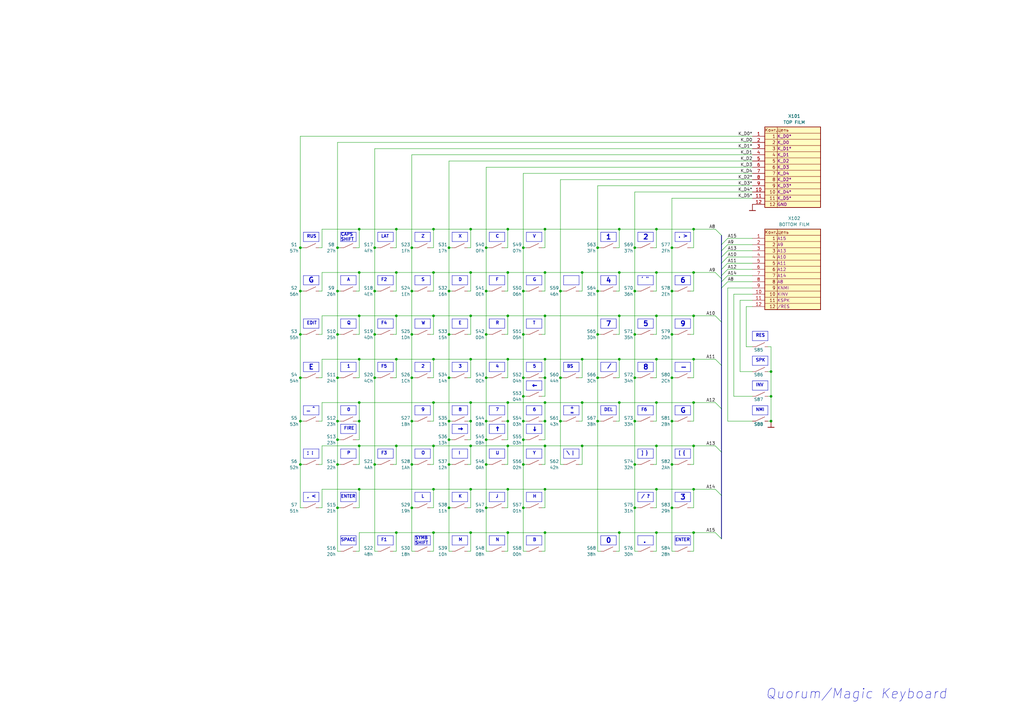
<source format=kicad_sch>
(kicad_sch (version 20230121) (generator eeschema)
  (paper "A3")
  (title_block (title "Quorum/Magic keyboard") (date "19.01.2020") (rev "1.22") (company "Kamil Karimov"))
  (junction (at 162.56 182.88))
  (junction (at 123.19 172.72))
  (junction (at 138.43 190.5))
  (junction (at 260.35 190.5))
  (junction (at 123.19 137.16))
  (junction (at 269.24 111.76))
  (junction (at 199.39 172.72))
  (junction (at 193.04 93.98))
  (junction (at 284.48 111.76))
  (junction (at 199.39 208.28))
  (junction (at 153.67 137.16))
  (junction (at 229.87 172.72))
  (junction (at 275.59 172.72))
  (junction (at 162.56 147.32))
  (junction (at 238.76 111.76))
  (junction (at 214.63 180.34))
  (junction (at 153.67 101.6))
  (junction (at 275.59 101.6))
  (junction (at 275.59 190.5))
  (junction (at 214.63 172.72))
  (junction (at 138.43 154.94))
  (junction (at 177.8 218.44))
  (junction (at 275.59 208.28))
  (junction (at 177.8 147.32))
  (junction (at 138.43 180.34))
  (junction (at 177.8 93.98))
  (junction (at 184.15 208.28))
  (junction (at 245.11 137.16))
  (junction (at 168.91 137.16))
  (junction (at 260.35 172.72))
  (junction (at 214.63 101.6))
  (junction (at 223.52 93.98))
  (junction (at 284.48 129.54))
  (junction (at 177.8 182.88))
  (junction (at 223.52 172.72))
  (junction (at 168.91 190.5))
  (junction (at 229.87 154.94))
  (junction (at 147.32 147.32))
  (junction (at 193.04 172.72))
  (junction (at 254 93.98))
  (junction (at 199.39 137.16))
  (junction (at 193.04 111.76))
  (junction (at 254 129.54))
  (junction (at 147.32 111.76))
  (junction (at 245.11 101.6))
  (junction (at 199.39 119.38))
  (junction (at 254 218.44))
  (junction (at 208.28 147.32))
  (junction (at 275.59 119.38))
  (junction (at 269.24 93.98))
  (junction (at 275.59 154.94))
  (junction (at 284.48 147.32))
  (junction (at 208.28 165.1))
  (junction (at 199.39 101.6))
  (junction (at 184.15 180.34))
  (junction (at 193.04 200.66))
  (junction (at 138.43 119.38))
  (junction (at 177.8 111.76))
  (junction (at 254 111.76))
  (junction (at 193.04 147.32))
  (junction (at 316.23 162.56))
  (junction (at 316.23 172.72))
  (junction (at 177.8 129.54))
  (junction (at 123.19 119.38))
  (junction (at 147.32 182.88))
  (junction (at 269.24 129.54))
  (junction (at 162.56 129.54))
  (junction (at 199.39 180.34))
  (junction (at 199.39 154.94))
  (junction (at 177.8 200.66))
  (junction (at 269.24 218.44))
  (junction (at 153.67 119.38))
  (junction (at 260.35 101.6))
  (junction (at 168.91 172.72))
  (junction (at 284.48 165.1))
  (junction (at 138.43 137.16))
  (junction (at 229.87 119.38))
  (junction (at 238.76 165.1))
  (junction (at 123.19 190.5))
  (junction (at 138.43 101.6))
  (junction (at 223.52 111.76))
  (junction (at 223.52 147.32))
  (junction (at 223.52 165.1))
  (junction (at 214.63 208.28))
  (junction (at 269.24 200.66))
  (junction (at 275.59 137.16))
  (junction (at 208.28 172.72))
  (junction (at 238.76 182.88))
  (junction (at 223.52 129.54))
  (junction (at 284.48 182.88))
  (junction (at 223.52 182.88))
  (junction (at 168.91 101.6))
  (junction (at 223.52 200.66))
  (junction (at 199.39 190.5))
  (junction (at 269.24 165.1))
  (junction (at 153.67 154.94))
  (junction (at 193.04 182.88))
  (junction (at 153.67 190.5))
  (junction (at 147.32 93.98))
  (junction (at 214.63 162.56))
  (junction (at 193.04 129.54))
  (junction (at 162.56 93.98))
  (junction (at 208.28 129.54))
  (junction (at 138.43 208.28))
  (junction (at 269.24 147.32))
  (junction (at 184.15 101.6))
  (junction (at 284.48 218.44))
  (junction (at 245.11 172.72))
  (junction (at 162.56 111.76))
  (junction (at 214.63 137.16))
  (junction (at 254 147.32))
  (junction (at 147.32 165.1))
  (junction (at 184.15 154.94))
  (junction (at 245.11 119.38))
  (junction (at 168.91 119.38))
  (junction (at 168.91 208.28))
  (junction (at 193.04 218.44))
  (junction (at 214.63 119.38))
  (junction (at 208.28 111.76))
  (junction (at 208.28 182.88))
  (junction (at 184.15 119.38))
  (junction (at 260.35 119.38))
  (junction (at 214.63 154.94))
  (junction (at 184.15 172.72))
  (junction (at 147.32 172.72))
  (junction (at 269.24 182.88))
  (junction (at 238.76 147.32))
  (junction (at 223.52 218.44))
  (junction (at 177.8 165.1))
  (junction (at 147.32 129.54))
  (junction (at 260.35 208.28))
  (junction (at 260.35 154.94))
  (junction (at 193.04 165.1))
  (junction (at 260.35 137.16))
  (junction (at 284.48 93.98))
  (junction (at 168.91 154.94))
  (junction (at 254 165.1))
  (junction (at 123.19 154.94))
  (junction (at 184.15 190.5))
  (junction (at 208.28 218.44))
  (junction (at 162.56 218.44))
  (junction (at 208.28 93.98))
  (junction (at 147.32 200.66))
  (junction (at 316.23 152.4))
  (junction (at 223.52 154.94))
  (junction (at 184.15 137.16))
  (junction (at 284.48 200.66))
  (junction (at 138.43 172.72))
  (junction (at 214.63 190.5))
  (junction (at 123.19 101.6))
  (junction (at 245.11 154.94))
  (junction (at 208.28 200.66))
  (bus_entry (at 293.37 165.1) (size 2.54 2.54))
  (bus_entry (at 293.37 218.44) (size 2.54 2.54))
  (bus_entry (at 293.37 200.66) (size 2.54 2.54))
  (bus_entry (at 293.37 147.32) (size 2.54 2.54))
  (bus_entry (at 298.45 107.95) (size -2.54 2.54))
  (bus_entry (at 293.37 129.54) (size 2.54 2.54))
  (bus_entry (at 298.45 105.41) (size -2.54 2.54))
  (bus_entry (at 293.37 93.98) (size 2.54 2.54))
  (bus_entry (at 298.45 102.87) (size -2.54 2.54))
  (bus_entry (at 298.45 110.49) (size -2.54 2.54))
  (bus_entry (at 298.45 100.33) (size -2.54 2.54))
  (bus_entry (at 293.37 182.88) (size 2.54 2.54))
  (bus_entry (at 293.37 111.76) (size 2.54 2.54))
  (bus_entry (at 298.45 115.57) (size -2.54 2.54))
  (bus_entry (at 298.45 113.03) (size -2.54 2.54))
  (bus_entry (at 298.45 97.79) (size -2.54 2.54))
  (polyline (pts (xy 222.25 134.62) (xy 222.25 130.81)))
  (polyline (pts (xy 231.14 184.15) (xy 231.14 187.96)))
  (polyline (pts (xy 146.05 170.18) (xy 146.05 166.37)))
  (wire (pts (xy 177.8 200.66) (xy 147.32 200.66)))
  (wire (pts (xy 146.05 119.38) (xy 147.32 119.38)))
  (polyline (pts (xy 185.42 130.81) (xy 185.42 134.62)))
  (polyline (pts (xy 170.18 170.18) (xy 176.53 170.18)))
  (wire (pts (xy 298.45 105.41) (xy 308.61 105.41)))
  (wire (pts (xy 147.32 111.76) (xy 162.56 111.76)))
  (wire (pts (xy 223.52 129.54) (xy 254 129.54)))
  (wire (pts (xy 200.66 208.28) (xy 199.39 208.28)))
  (polyline (pts (xy 130.81 187.96) (xy 130.81 184.15)))
  (polyline (pts (xy 170.18 219.71) (xy 170.18 223.52)))
  (wire (pts (xy 238.76 172.72) (xy 238.76 165.1)))
  (wire (pts (xy 214.63 101.6) (xy 214.63 119.38)))
  (polyline (pts (xy 314.96 149.86) (xy 314.96 146.05)))
  (wire (pts (xy 132.08 111.76) (xy 147.32 111.76)))
  (polyline (pts (xy 246.38 95.25) (xy 246.38 99.06)))
  (wire (pts (xy 267.97 226.06) (xy 269.24 226.06)))
  (wire (pts (xy 147.32 200.66) (xy 132.08 200.66)))
  (polyline (pts (xy 222.25 205.74) (xy 222.25 201.93)))
  (polyline (pts (xy 222.25 173.99) (xy 215.9 173.99)))
  (wire (pts (xy 207.01 226.06) (xy 208.28 226.06)))
  (wire (pts (xy 269.24 111.76) (xy 284.48 111.76)))
  (wire (pts (xy 214.63 137.16) (xy 214.63 154.94)))
  (wire (pts (xy 298.45 107.95) (xy 308.61 107.95)))
  (polyline (pts (xy 237.49 184.15) (xy 231.14 184.15)))
  (wire (pts (xy 284.48 129.54) (xy 293.37 129.54)))
  (wire (pts (xy 161.29 226.06) (xy 162.56 226.06)))
  (polyline (pts (xy 283.21 113.03) (xy 276.86 113.03)))
  (polyline (pts (xy 161.29 99.06) (xy 161.29 95.25)))
  (wire (pts (xy 130.81 208.28) (xy 132.08 208.28)))
  (polyline (pts (xy 185.42 205.74) (xy 191.77 205.74)))
  (wire (pts (xy 246.38 172.72) (xy 245.11 172.72)))
  (polyline (pts (xy 185.42 170.18) (xy 191.77 170.18)))
  (polyline (pts (xy 261.62 152.4) (xy 267.97 152.4)))
  (bus (pts (xy 295.91 107.95) (xy 295.91 110.49)))
  (wire (pts (xy 254 129.54) (xy 269.24 129.54)))
  (polyline (pts (xy 200.66 177.8) (xy 207.01 177.8)))
  (polyline (pts (xy 161.29 116.84) (xy 161.29 113.03)))
  (polyline (pts (xy 191.77 99.06) (xy 191.77 95.25)))
  (polyline (pts (xy 130.81 134.62) (xy 130.81 130.81)))
  (polyline (pts (xy 176.53 134.62) (xy 176.53 130.81)))
  (wire (pts (xy 254 226.06) (xy 254 218.44)))
  (wire (pts (xy 222.25 172.72) (xy 223.52 172.72)))
  (wire (pts (xy 208.28 172.72) (xy 208.28 165.1)))
  (wire (pts (xy 147.32 129.54) (xy 162.56 129.54)))
  (polyline (pts (xy 124.46 130.81) (xy 124.46 134.62)))
  (polyline (pts (xy 130.81 113.03) (xy 124.46 113.03)))
  (polyline (pts (xy 222.25 116.84) (xy 222.25 113.03)))
  (wire (pts (xy 208.28 111.76) (xy 223.52 111.76)))
  (wire (pts (xy 132.08 208.28) (xy 132.08 200.66)))
  (wire (pts (xy 161.29 119.38) (xy 162.56 119.38)))
  (wire (pts (xy 215.9 162.56) (xy 214.63 162.56)))
  (polyline (pts (xy 191.77 201.93) (xy 185.42 201.93)))
  (wire (pts (xy 208.28 226.06) (xy 208.28 218.44)))
  (wire (pts (xy 168.91 101.6) (xy 168.91 119.38)))
  (wire (pts (xy 267.97 208.28) (xy 269.24 208.28)))
  (wire (pts (xy 284.48 165.1) (xy 293.37 165.1)))
  (polyline (pts (xy 130.81 130.81) (xy 124.46 130.81)))
  (wire (pts (xy 193.04 119.38) (xy 193.04 111.76)))
  (polyline (pts (xy 231.14 113.03) (xy 231.14 116.84)))
  (polyline (pts (xy 139.7 184.15) (xy 139.7 187.96)))
  (wire (pts (xy 283.21 172.72) (xy 284.48 172.72)))
  (wire (pts (xy 252.73 226.06) (xy 254 226.06)))
  (polyline (pts (xy 200.66 201.93) (xy 200.66 205.74)))
  (wire (pts (xy 308.61 63.5) (xy 168.91 63.5)))
  (wire (pts (xy 199.39 119.38) (xy 199.39 137.16)))
  (wire (pts (xy 147.32 101.6) (xy 147.32 93.98)))
  (wire (pts (xy 314.96 142.24) (xy 316.23 142.24)))
  (wire (pts (xy 200.66 154.94) (xy 199.39 154.94)))
  (polyline (pts (xy 200.66 219.71) (xy 200.66 223.52)))
  (wire (pts (xy 162.56 93.98) (xy 177.8 93.98)))
  (polyline (pts (xy 185.42 187.96) (xy 191.77 187.96)))
  (wire (pts (xy 191.77 119.38) (xy 193.04 119.38)))
  (polyline (pts (xy 252.73 170.18) (xy 252.73 166.37)))
  (polyline (pts (xy 276.86 205.74) (xy 283.21 205.74)))
  (wire (pts (xy 138.43 101.6) (xy 138.43 119.38)))
  (wire (pts (xy 260.35 154.94) (xy 260.35 172.72)))
  (polyline (pts (xy 185.42 173.99) (xy 185.42 177.8)))
  (polyline (pts (xy 222.25 113.03) (xy 215.9 113.03)))
  (wire (pts (xy 223.52 137.16) (xy 223.52 129.54)))
  (wire (pts (xy 185.42 208.28) (xy 184.15 208.28)))
  (wire (pts (xy 184.15 190.5) (xy 184.15 180.34)))
  (bus (pts (xy 295.91 96.52) (xy 295.91 100.33)))
  (wire (pts (xy 284.48 226.06) (xy 284.48 218.44)))
  (polyline (pts (xy 139.7 177.8) (xy 146.05 177.8)))
  (wire (pts (xy 153.67 60.96) (xy 153.67 101.6)))
  (wire (pts (xy 284.48 172.72) (xy 284.48 165.1)))
  (polyline (pts (xy 139.7 219.71) (xy 139.7 223.52)))
  (polyline (pts (xy 276.86 99.06) (xy 283.21 99.06)))
  (wire (pts (xy 184.15 137.16) (xy 184.15 119.38)))
  (polyline (pts (xy 207.01 205.74) (xy 207.01 201.93)))
  (wire (pts (xy 147.32 165.1) (xy 132.08 165.1)))
  (wire (pts (xy 269.24 200.66) (xy 284.48 200.66)))
  (polyline (pts (xy 261.62 184.15) (xy 261.62 187.96)))
  (polyline (pts (xy 207.01 184.15) (xy 200.66 184.15)))
  (polyline (pts (xy 139.7 148.59) (xy 139.7 152.4)))
  (wire (pts (xy 176.53 154.94) (xy 177.8 154.94)))
  (polyline (pts (xy 130.81 99.06) (xy 130.81 95.25)))
  (wire (pts (xy 185.42 172.72) (xy 184.15 172.72)))
  (wire (pts (xy 267.97 172.72) (xy 269.24 172.72)))
  (wire (pts (xy 284.48 200.66) (xy 293.37 200.66)))
  (polyline (pts (xy 170.18 99.06) (xy 176.53 99.06)))
  (wire (pts (xy 199.39 180.34) (xy 199.39 190.5)))
  (polyline (pts (xy 308.61 146.05) (xy 308.61 149.86)))
  (wire (pts (xy 303.53 152.4) (xy 308.61 152.4)))
  (wire (pts (xy 162.56 129.54) (xy 177.8 129.54)))
  (polyline (pts (xy 207.01 134.62) (xy 207.01 130.81)))
  (wire (pts (xy 269.24 154.94) (xy 269.24 147.32)))
  (wire (pts (xy 276.86 154.94) (xy 275.59 154.94)))
  (polyline (pts (xy 139.7 152.4) (xy 146.05 152.4)))
  (wire (pts (xy 267.97 101.6) (xy 269.24 101.6)))
  (polyline (pts (xy 191.77 170.18) (xy 191.77 166.37)))
  (polyline (pts (xy 207.01 201.93) (xy 200.66 201.93)))
  (polyline (pts (xy 246.38 134.62) (xy 252.73 134.62)))
  (wire (pts (xy 146.05 180.34) (xy 147.32 180.34)))
  (wire (pts (xy 185.42 180.34) (xy 184.15 180.34)))
  (wire (pts (xy 298.45 110.49) (xy 308.61 110.49)))
  (wire (pts (xy 223.52 101.6) (xy 223.52 93.98)))
  (polyline (pts (xy 261.62 219.71) (xy 261.62 223.52)))
  (wire (pts (xy 132.08 190.5) (xy 132.08 182.88)))
  (polyline (pts (xy 283.21 205.74) (xy 283.21 201.93)))
  (bus (pts (xy 295.91 102.87) (xy 295.91 105.41)))
  (wire (pts (xy 168.91 172.72) (xy 170.18 172.72)))
  (wire (pts (xy 229.87 172.72) (xy 229.87 190.5)))
  (wire (pts (xy 298.45 102.87) (xy 308.61 102.87)))
  (polyline (pts (xy 207.01 152.4) (xy 207.01 148.59)))
  (wire (pts (xy 199.39 154.94) (xy 199.39 172.72)))
  (wire (pts (xy 222.25 226.06) (xy 223.52 226.06)))
  (polyline (pts (xy 215.9 113.03) (xy 215.9 116.84)))
  (polyline (pts (xy 130.81 184.15) (xy 124.46 184.15)))
  (wire (pts (xy 223.52 93.98) (xy 254 93.98)))
  (polyline (pts (xy 185.42 95.25) (xy 185.42 99.06)))
  (polyline (pts (xy 161.29 219.71) (xy 154.94 219.71)))
  (wire (pts (xy 147.32 154.94) (xy 147.32 147.32)))
  (wire (pts (xy 276.86 119.38) (xy 275.59 119.38)))
  (wire (pts (xy 177.8 119.38) (xy 177.8 111.76)))
  (polyline (pts (xy 139.7 134.62) (xy 146.05 134.62)))
  (wire (pts (xy 245.11 76.2) (xy 308.61 76.2)))
  (wire (pts (xy 246.38 137.16) (xy 245.11 137.16)))
  (wire (pts (xy 284.48 208.28) (xy 284.48 200.66)))
  (wire (pts (xy 193.04 200.66) (xy 208.28 200.66)))
  (polyline (pts (xy 252.73 116.84) (xy 252.73 113.03)))
  (wire (pts (xy 168.91 208.28) (xy 168.91 226.06)))
  (wire (pts (xy 185.42 119.38) (xy 184.15 119.38)))
  (wire (pts (xy 252.73 172.72) (xy 254 172.72)))
  (wire (pts (xy 269.24 165.1) (xy 284.48 165.1)))
  (wire (pts (xy 283.21 137.16) (xy 284.48 137.16)))
  (polyline (pts (xy 124.46 201.93) (xy 124.46 205.74)))
  (wire (pts (xy 215.9 119.38) (xy 214.63 119.38)))
  (wire (pts (xy 207.01 172.72) (xy 208.28 172.72)))
  (polyline (pts (xy 146.05 201.93) (xy 139.7 201.93)))
  (wire (pts (xy 132.08 101.6) (xy 132.08 93.98)))
  (wire (pts (xy 177.8 165.1) (xy 193.04 165.1)))
  (polyline (pts (xy 237.49 152.4) (xy 237.49 148.59)))
  (wire (pts (xy 269.24 129.54) (xy 284.48 129.54)))
  (polyline (pts (xy 237.49 116.84) (xy 237.49 113.03)))
  (wire (pts (xy 276.86 101.6) (xy 275.59 101.6)))
  (wire (pts (xy 284.48 218.44) (xy 293.37 218.44)))
  (wire (pts (xy 276.86 226.06) (xy 275.59 226.06)))
  (wire (pts (xy 300.99 120.65) (xy 308.61 120.65)))
  (wire (pts (xy 276.86 190.5) (xy 275.59 190.5)))
  (polyline (pts (xy 283.21 166.37) (xy 276.86 166.37)))
  (wire (pts (xy 306.07 142.24) (xy 306.07 125.73)))
  (polyline (pts (xy 231.14 187.96) (xy 237.49 187.96)))
  (polyline (pts (xy 191.77 205.74) (xy 191.77 201.93)))
  (wire (pts (xy 161.29 137.16) (xy 162.56 137.16)))
  (polyline (pts (xy 231.14 166.37) (xy 231.14 170.18)))
  (polyline (pts (xy 276.86 130.81) (xy 276.86 134.62)))
  (wire (pts (xy 184.15 154.94) (xy 184.15 137.16)))
  (wire (pts (xy 223.52 162.56) (xy 223.52 154.94)))
  (wire (pts (xy 200.66 180.34) (xy 199.39 180.34)))
  (polyline (pts (xy 308.61 139.7) (xy 314.96 139.7)))
  (polyline (pts (xy 237.49 148.59) (xy 231.14 148.59)))
  (polyline (pts (xy 207.01 223.52) (xy 207.01 219.71)))
  (polyline (pts (xy 139.7 223.52) (xy 146.05 223.52)))
  (bus (pts (xy 295.91 105.41) (xy 295.91 107.95)))
  (polyline (pts (xy 261.62 95.25) (xy 261.62 99.06)))
  (polyline (pts (xy 161.29 134.62) (xy 161.29 130.81)))
  (wire (pts (xy 124.46 190.5) (xy 123.19 190.5)))
  (polyline (pts (xy 215.9 134.62) (xy 222.25 134.62)))
  (wire (pts (xy 199.39 208.28) (xy 199.39 226.06)))
  (polyline (pts (xy 161.29 223.52) (xy 161.29 219.71)))
  (wire (pts (xy 308.61 60.96) (xy 153.67 60.96)))
  (polyline (pts (xy 146.05 95.25) (xy 139.7 95.25)))
  (polyline (pts (xy 252.73 134.62) (xy 252.73 130.81)))
  (wire (pts (xy 254 111.76) (xy 269.24 111.76)))
  (wire (pts (xy 223.52 180.34) (xy 223.52 172.72)))
  (polyline (pts (xy 267.97 223.52) (xy 267.97 219.71)))
  (wire (pts (xy 208.28 200.66) (xy 223.52 200.66)))
  (wire (pts (xy 214.63 119.38) (xy 214.63 137.16)))
  (wire (pts (xy 208.28 218.44) (xy 223.52 218.44)))
  (polyline (pts (xy 207.01 130.81) (xy 200.66 130.81)))
  (polyline (pts (xy 252.73 148.59) (xy 246.38 148.59)))
  (polyline (pts (xy 185.42 219.71) (xy 185.42 223.52)))
  (polyline (pts (xy 246.38 166.37) (xy 246.38 170.18)))
  (wire (pts (xy 138.43 190.5) (xy 138.43 208.28)))
  (polyline (pts (xy 276.86 187.96) (xy 283.21 187.96)))
  (wire (pts (xy 177.8 154.94) (xy 177.8 147.32)))
  (wire (pts (xy 138.43 137.16) (xy 138.43 154.94)))
  (wire (pts (xy 146.05 208.28) (xy 147.32 208.28)))
  (wire (pts (xy 168.91 119.38) (xy 170.18 119.38)))
  (wire (pts (xy 177.8 101.6) (xy 177.8 93.98)))
  (polyline (pts (xy 222.25 223.52) (xy 222.25 219.71)))
  (wire (pts (xy 153.67 190.5) (xy 153.67 154.94)))
  (polyline (pts (xy 308.61 156.21) (xy 308.61 160.02)))
  (polyline (pts (xy 276.86 95.25) (xy 276.86 99.06)))
  (polyline (pts (xy 215.9 201.93) (xy 215.9 205.74)))
  (polyline (pts (xy 176.53 170.18) (xy 176.53 166.37)))
  (wire (pts (xy 139.7 101.6) (xy 138.43 101.6)))
  (polyline (pts (xy 276.86 152.4) (xy 283.21 152.4)))
  (polyline (pts (xy 207.01 116.84) (xy 207.01 113.03)))
  (wire (pts (xy 269.24 101.6) (xy 269.24 93.98)))
  (wire (pts (xy 154.94 137.16) (xy 153.67 137.16)))
  (wire (pts (xy 275.59 208.28) (xy 275.59 190.5)))
  (wire (pts (xy 276.86 208.28) (xy 275.59 208.28)))
  (wire (pts (xy 191.77 208.28) (xy 193.04 208.28)))
  (wire (pts (xy 231.14 172.72) (xy 229.87 172.72)))
  (wire (pts (xy 284.48 93.98) (xy 293.37 93.98)))
  (wire (pts (xy 138.43 119.38) (xy 138.43 137.16)))
  (wire (pts (xy 261.62 137.16) (xy 260.35 137.16)))
  (polyline (pts (xy 283.21 201.93) (xy 276.86 201.93)))
  (wire (pts (xy 185.42 101.6) (xy 184.15 101.6)))
  (wire (pts (xy 191.77 172.72) (xy 193.04 172.72)))
  (wire (pts (xy 245.11 101.6) (xy 245.11 76.2)))
  (polyline (pts (xy 207.01 95.25) (xy 200.66 95.25)))
  (polyline (pts (xy 222.25 166.37) (xy 215.9 166.37)))
  (wire (pts (xy 138.43 226.06) (xy 139.7 226.06)))
  (polyline (pts (xy 146.05 113.03) (xy 139.7 113.03)))
  (polyline (pts (xy 170.18 148.59) (xy 170.18 152.4)))
  (polyline (pts (xy 139.7 170.18) (xy 146.05 170.18)))
  (wire (pts (xy 245.11 119.38) (xy 245.11 101.6)))
  (wire (pts (xy 238.76 147.32) (xy 223.52 147.32)))
  (wire (pts (xy 269.24 147.32) (xy 284.48 147.32)))
  (polyline (pts (xy 185.42 134.62) (xy 191.77 134.62)))
  (wire (pts (xy 176.53 190.5) (xy 177.8 190.5)))
  (polyline (pts (xy 215.9 152.4) (xy 222.25 152.4)))
  (polyline (pts (xy 124.46 184.15) (xy 124.46 187.96)))
  (polyline (pts (xy 146.05 99.06) (xy 146.05 95.25)))
  (polyline (pts (xy 283.21 187.96) (xy 283.21 184.15)))
  (polyline (pts (xy 200.66 166.37) (xy 200.66 170.18)))
  (wire (pts (xy 132.08 93.98) (xy 147.32 93.98)))
  (polyline (pts (xy 207.01 113.03) (xy 200.66 113.03)))
  (polyline (pts (xy 314.96 160.02) (xy 314.96 156.21)))
  (wire (pts (xy 177.8 111.76) (xy 193.04 111.76)))
  (wire (pts (xy 200.66 119.38) (xy 199.39 119.38)))
  (wire (pts (xy 138.43 154.94) (xy 139.7 154.94)))
  (wire (pts (xy 123.19 154.94) (xy 123.19 172.72)))
  (wire (pts (xy 138.43 180.34) (xy 138.43 190.5)))
  (wire (pts (xy 123.19 137.16) (xy 123.19 154.94)))
  (wire (pts (xy 177.8 182.88) (xy 162.56 182.88)))
  (polyline (pts (xy 170.18 166.37) (xy 170.18 170.18)))
  (polyline (pts (xy 191.77 116.84) (xy 191.77 113.03)))
  (polyline (pts (xy 154.94 99.06) (xy 161.29 99.06)))
  (polyline (pts (xy 237.49 170.18) (xy 237.49 166.37)))
  (wire (pts (xy 207.01 101.6) (xy 208.28 101.6)))
  (polyline (pts (xy 261.62 187.96) (xy 267.97 187.96)))
  (polyline (pts (xy 276.86 184.15) (xy 276.86 187.96)))
  (wire (pts (xy 261.62 119.38) (xy 260.35 119.38)))
  (polyline (pts (xy 170.18 201.93) (xy 170.18 205.74)))
  (polyline (pts (xy 191.77 184.15) (xy 185.42 184.15)))
  (polyline (pts (xy 170.18 113.03) (xy 170.18 116.84)))
  (polyline (pts (xy 215.9 99.06) (xy 222.25 99.06)))
  (bus (pts (xy 295.91 132.08) (xy 295.91 149.86)))
  (polyline (pts (xy 176.53 205.74) (xy 176.53 201.93)))
  (wire (pts (xy 168.91 190.5) (xy 170.18 190.5)))
  (polyline (pts (xy 176.53 187.96) (xy 176.53 184.15)))
  (polyline (pts (xy 130.81 95.25) (xy 124.46 95.25)))
  (polyline (pts (xy 170.18 184.15) (xy 170.18 187.96)))
  (wire (pts (xy 193.04 190.5) (xy 193.04 182.88)))
  (wire (pts (xy 275.59 154.94) (xy 275.59 137.16)))
  (polyline (pts (xy 314.96 139.7) (xy 314.96 135.89)))
  (polyline (pts (xy 191.77 152.4) (xy 191.77 148.59)))
  (polyline (pts (xy 191.77 130.81) (xy 185.42 130.81)))
  (polyline (pts (xy 276.86 134.62) (xy 283.21 134.62)))
  (polyline (pts (xy 215.9 156.21) (xy 215.9 160.02)))
  (polyline (pts (xy 308.61 160.02) (xy 314.96 160.02)))
  (wire (pts (xy 229.87 119.38) (xy 229.87 73.66)))
  (wire (pts (xy 308.61 55.88) (xy 123.19 55.88)))
  (wire (pts (xy 207.01 119.38) (xy 208.28 119.38)))
  (polyline (pts (xy 200.66 95.25) (xy 200.66 99.06)))
  (polyline (pts (xy 154.94 134.62) (xy 161.29 134.62)))
  (wire (pts (xy 260.35 137.16) (xy 260.35 154.94)))
  (polyline (pts (xy 246.38 152.4) (xy 252.73 152.4)))
  (wire (pts (xy 275.59 172.72) (xy 275.59 154.94)))
  (wire (pts (xy 193.04 165.1) (xy 208.28 165.1)))
  (wire (pts (xy 276.86 172.72) (xy 275.59 172.72)))
  (wire (pts (xy 208.28 154.94) (xy 208.28 147.32)))
  (bus (pts (xy 295.91 114.3) (xy 295.91 115.57)))
  (wire (pts (xy 284.48 154.94) (xy 284.48 147.32)))
  (wire (pts (xy 200.66 137.16) (xy 199.39 137.16)))
  (wire (pts (xy 231.14 119.38) (xy 229.87 119.38)))
  (wire (pts (xy 147.32 119.38) (xy 147.32 111.76)))
  (wire (pts (xy 214.63 190.5) (xy 214.63 208.28)))
  (polyline (pts (xy 207.01 99.06) (xy 207.01 95.25)))
  (wire (pts (xy 269.24 119.38) (xy 269.24 111.76)))
  (wire (pts (xy 308.61 123.19) (xy 303.53 123.19)))
  (polyline (pts (xy 261.62 116.84) (xy 267.97 116.84)))
  (wire (pts (xy 176.53 101.6) (xy 177.8 101.6)))
  (wire (pts (xy 177.8 147.32) (xy 193.04 147.32)))
  (wire (pts (xy 214.63 180.34) (xy 214.63 190.5)))
  (wire (pts (xy 269.24 226.06) (xy 269.24 218.44)))
  (polyline (pts (xy 191.77 166.37) (xy 185.42 166.37)))
  (wire (pts (xy 246.38 154.94) (xy 245.11 154.94)))
  (wire (pts (xy 162.56 182.88) (xy 147.32 182.88)))
  (wire (pts (xy 284.48 190.5) (xy 284.48 182.88)))
  (wire (pts (xy 207.01 180.34) (xy 208.28 180.34)))
  (wire (pts (xy 132.08 119.38) (xy 132.08 111.76)))
  (polyline (pts (xy 276.86 116.84) (xy 283.21 116.84)))
  (wire (pts (xy 191.77 101.6) (xy 193.04 101.6)))
  (wire (pts (xy 215.9 180.34) (xy 214.63 180.34)))
  (wire (pts (xy 215.9 190.5) (xy 214.63 190.5)))
  (wire (pts (xy 260.35 208.28) (xy 260.35 226.06)))
  (polyline (pts (xy 176.53 95.25) (xy 170.18 95.25)))
  (polyline (pts (xy 200.66 170.18) (xy 207.01 170.18)))
  (polyline (pts (xy 191.77 148.59) (xy 185.42 148.59)))
  (polyline (pts (xy 252.73 95.25) (xy 246.38 95.25)))
  (wire (pts (xy 223.52 111.76) (xy 238.76 111.76)))
  (polyline (pts (xy 267.97 99.06) (xy 267.97 95.25)))
  (wire (pts (xy 185.42 154.94) (xy 184.15 154.94)))
  (polyline (pts (xy 261.62 134.62) (xy 267.97 134.62)))
  (polyline (pts (xy 215.9 219.71) (xy 215.9 223.52)))
  (wire (pts (xy 261.62 208.28) (xy 260.35 208.28)))
  (wire (pts (xy 208.28 208.28) (xy 208.28 200.66)))
  (polyline (pts (xy 139.7 113.03) (xy 139.7 116.84)))
  (wire (pts (xy 191.77 154.94) (xy 193.04 154.94)))
  (polyline (pts (xy 222.25 148.59) (xy 215.9 148.59)))
  (wire (pts (xy 199.39 101.6) (xy 199.39 119.38)))
  (wire (pts (xy 238.76 111.76) (xy 254 111.76)))
  (polyline (pts (xy 191.77 113.03) (xy 185.42 113.03)))
  (wire (pts (xy 208.28 129.54) (xy 223.52 129.54)))
  (wire (pts (xy 298.45 97.79) (xy 308.61 97.79)))
  (polyline (pts (xy 308.61 135.89) (xy 308.61 139.7)))
  (polyline (pts (xy 207.01 166.37) (xy 200.66 166.37)))
  (wire (pts (xy 146.05 172.72) (xy 147.32 172.72)))
  (wire (pts (xy 193.04 93.98) (xy 208.28 93.98)))
  (wire (pts (xy 154.94 154.94) (xy 153.67 154.94)))
  (wire (pts (xy 223.52 218.44) (xy 254 218.44)))
  (wire (pts (xy 193.04 154.94) (xy 193.04 147.32)))
  (wire (pts (xy 200.66 172.72) (xy 199.39 172.72)))
  (wire (pts (xy 177.8 93.98) (xy 193.04 93.98)))
  (bus (pts (xy 295.91 115.57) (xy 295.91 118.11)))
  (polyline (pts (xy 185.42 148.59) (xy 185.42 152.4)))
  (wire (pts (xy 199.39 190.5) (xy 199.39 208.28)))
  (polyline (pts (xy 161.29 130.81) (xy 154.94 130.81)))
  (wire (pts (xy 229.87 73.66) (xy 308.61 73.66)))
  (wire (pts (xy 168.91 154.94) (xy 170.18 154.94)))
  (polyline (pts (xy 276.86 148.59) (xy 276.86 152.4)))
  (wire (pts (xy 298.45 172.72) (xy 298.45 118.11)))
  (polyline (pts (xy 139.7 116.84) (xy 146.05 116.84)))
  (wire (pts (xy 254 119.38) (xy 254 111.76)))
  (polyline (pts (xy 222.25 170.18) (xy 222.25 166.37)))
  (polyline (pts (xy 283.21 116.84) (xy 283.21 113.03)))
  (polyline (pts (xy 146.05 130.81) (xy 139.7 130.81)))
  (wire (pts (xy 215.9 154.94) (xy 214.63 154.94)))
  (wire (pts (xy 207.01 208.28) (xy 208.28 208.28)))
  (polyline (pts (xy 246.38 219.71) (xy 246.38 223.52)))
  (polyline (pts (xy 222.25 160.02) (xy 222.25 156.21)))
  (polyline (pts (xy 314.96 170.18) (xy 314.96 166.37)))
  (wire (pts (xy 214.63 172.72) (xy 214.63 180.34)))
  (polyline (pts (xy 124.46 95.25) (xy 124.46 99.06)))
  (wire (pts (xy 316.23 162.56) (xy 316.23 152.4)))
  (polyline (pts (xy 176.53 166.37) (xy 170.18 166.37)))
  (polyline (pts (xy 215.9 130.81) (xy 215.9 134.62)))
  (wire (pts (xy 275.59 119.38) (xy 275.59 101.6)))
  (polyline (pts (xy 261.62 148.59) (xy 261.62 152.4)))
  (polyline (pts (xy 130.81 201.93) (xy 124.46 201.93)))
  (wire (pts (xy 223.52 172.72) (xy 223.52 165.1)))
  (polyline (pts (xy 231.14 152.4) (xy 237.49 152.4)))
  (wire (pts (xy 146.05 190.5) (xy 147.32 190.5)))
  (wire (pts (xy 191.77 137.16) (xy 193.04 137.16)))
  (wire (pts (xy 260.35 190.5) (xy 260.35 208.28)))
  (wire (pts (xy 130.81 119.38) (xy 132.08 119.38)))
  (wire (pts (xy 124.46 101.6) (xy 123.19 101.6)))
  (polyline (pts (xy 237.49 113.03) (xy 231.14 113.03)))
  (wire (pts (xy 161.29 101.6) (xy 162.56 101.6)))
  (wire (pts (xy 207.01 137.16) (xy 208.28 137.16)))
  (polyline (pts (xy 222.25 156.21) (xy 215.9 156.21)))
  (polyline (pts (xy 130.81 148.59) (xy 124.46 148.59)))
  (polyline (pts (xy 170.18 134.62) (xy 176.53 134.62)))
  (wire (pts (xy 214.63 154.94) (xy 214.63 162.56)))
  (wire (pts (xy 229.87 154.94) (xy 229.87 172.72)))
  (bus (pts (xy 295.91 113.03) (xy 295.91 114.3)))
  (wire (pts (xy 308.61 68.58) (xy 199.39 68.58)))
  (polyline (pts (xy 161.29 152.4) (xy 161.29 148.59)))
  (polyline (pts (xy 222.25 184.15) (xy 215.9 184.15)))
  (polyline (pts (xy 207.01 187.96) (xy 207.01 184.15)))
  (wire (pts (xy 215.9 226.06) (xy 214.63 226.06)))
  (wire (pts (xy 306.07 125.73) (xy 308.61 125.73)))
  (wire (pts (xy 238.76 182.88) (xy 269.24 182.88)))
  (bus (pts (xy 295.91 100.33) (xy 295.91 102.87)))
  (polyline (pts (xy 185.42 201.93) (xy 185.42 205.74)))
  (wire (pts (xy 185.42 190.5) (xy 184.15 190.5)))
  (wire (pts (xy 237.49 154.94) (xy 238.76 154.94)))
  (wire (pts (xy 193.04 147.32) (xy 208.28 147.32)))
  (polyline (pts (xy 231.14 170.18) (xy 237.49 170.18)))
  (polyline (pts (xy 283.21 219.71) (xy 276.86 219.71)))
  (wire (pts (xy 231.14 190.5) (xy 229.87 190.5)))
  (polyline (pts (xy 267.97 201.93) (xy 261.62 201.93)))
  (polyline (pts (xy 261.62 113.03) (xy 261.62 116.84)))
  (wire (pts (xy 267.97 137.16) (xy 269.24 137.16)))
  (polyline (pts (xy 252.73 166.37) (xy 246.38 166.37)))
  (wire (pts (xy 215.9 208.28) (xy 214.63 208.28)))
  (wire (pts (xy 223.52 226.06) (xy 223.52 218.44)))
  (polyline (pts (xy 207.01 148.59) (xy 200.66 148.59)))
  (wire (pts (xy 238.76 154.94) (xy 238.76 147.32)))
  (polyline (pts (xy 191.77 95.25) (xy 185.42 95.25)))
  (polyline (pts (xy 207.01 177.8) (xy 207.01 173.99)))
  (polyline (pts (xy 176.53 201.93) (xy 170.18 201.93)))
  (polyline (pts (xy 154.94 95.25) (xy 154.94 99.06)))
  (polyline (pts (xy 154.94 148.59) (xy 154.94 152.4)))
  (wire (pts (xy 168.91 137.16) (xy 168.91 154.94)))
  (wire (pts (xy 132.08 129.54) (xy 147.32 129.54)))
  (wire (pts (xy 193.04 226.06) (xy 193.04 218.44)))
  (wire (pts (xy 214.63 71.12) (xy 214.63 101.6)))
  (wire (pts (xy 176.53 119.38) (xy 177.8 119.38)))
  (wire (pts (xy 283.21 119.38) (xy 284.48 119.38)))
  (wire (pts (xy 314.96 162.56) (xy 316.23 162.56)))
  (wire (pts (xy 207.01 154.94) (xy 208.28 154.94)))
  (polyline (pts (xy 146.05 173.99) (xy 139.7 173.99)))
  (wire (pts (xy 222.25 154.94) (xy 223.52 154.94)))
  (bus (pts (xy 295.91 203.2) (xy 295.91 220.98)))
  (wire (pts (xy 254 101.6) (xy 254 93.98)))
  (wire (pts (xy 223.52 154.94) (xy 223.52 147.32)))
  (wire (pts (xy 223.52 182.88) (xy 238.76 182.88)))
  (wire (pts (xy 260.35 119.38) (xy 260.35 137.16)))
  (polyline (pts (xy 154.94 223.52) (xy 161.29 223.52)))
  (wire (pts (xy 284.48 101.6) (xy 284.48 93.98)))
  (wire (pts (xy 222.25 162.56) (xy 223.52 162.56)))
  (wire (pts (xy 267.97 190.5) (xy 269.24 190.5)))
  (polyline (pts (xy 267.97 113.03) (xy 261.62 113.03)))
  (wire (pts (xy 215.9 101.6) (xy 214.63 101.6)))
  (polyline (pts (xy 267.97 134.62) (xy 267.97 130.81)))
  (wire (pts (xy 200.66 226.06) (xy 199.39 226.06)))
  (polyline (pts (xy 130.81 170.18) (xy 130.81 166.37)))
  (wire (pts (xy 123.19 119.38) (xy 123.19 137.16)))
  (polyline (pts (xy 154.94 116.84) (xy 161.29 116.84)))
  (wire (pts (xy 308.61 58.42) (xy 138.43 58.42)))
  (wire (pts (xy 283.21 101.6) (xy 284.48 101.6)))
  (wire (pts (xy 254 165.1) (xy 269.24 165.1)))
  (wire (pts (xy 185.42 137.16) (xy 184.15 137.16)))
  (wire (pts (xy 193.04 172.72) (xy 193.04 165.1)))
  (polyline (pts (xy 124.46 148.59) (xy 124.46 152.4)))
  (wire (pts (xy 123.19 190.5) (xy 123.19 208.28)))
  (polyline (pts (xy 215.9 177.8) (xy 222.25 177.8)))
  (wire (pts (xy 316.23 172.72) (xy 316.23 162.56)))
  (wire (pts (xy 260.35 78.74) (xy 308.61 78.74)))
  (wire (pts (xy 222.25 208.28) (xy 223.52 208.28)))
  (wire (pts (xy 138.43 58.42) (xy 138.43 101.6)))
  (polyline (pts (xy 261.62 205.74) (xy 267.97 205.74)))
  (polyline (pts (xy 170.18 116.84) (xy 176.53 116.84)))
  (polyline (pts (xy 252.73 223.52) (xy 252.73 219.71)))
  (polyline (pts (xy 261.62 201.93) (xy 261.62 205.74)))
  (wire (pts (xy 168.91 154.94) (xy 168.91 172.72)))
  (wire (pts (xy 193.04 129.54) (xy 208.28 129.54)))
  (wire (pts (xy 168.91 190.5) (xy 168.91 208.28)))
  (polyline (pts (xy 200.66 113.03) (xy 200.66 116.84)))
  (polyline (pts (xy 124.46 170.18) (xy 130.81 170.18)))
  (wire (pts (xy 254 154.94) (xy 254 147.32)))
  (wire (pts (xy 153.67 154.94) (xy 153.67 137.16)))
  (wire (pts (xy 138.43 154.94) (xy 138.43 172.72)))
  (polyline (pts (xy 246.38 170.18) (xy 252.73 170.18)))
  (wire (pts (xy 237.49 119.38) (xy 238.76 119.38)))
  (wire (pts (xy 153.67 137.16) (xy 153.67 119.38)))
  (wire (pts (xy 168.91 137.16) (xy 170.18 137.16)))
  (polyline (pts (xy 222.25 95.25) (xy 215.9 95.25)))
  (polyline (pts (xy 215.9 173.99) (xy 215.9 177.8)))
  (wire (pts (xy 162.56 101.6) (xy 162.56 93.98)))
  (wire (pts (xy 254 218.44) (xy 269.24 218.44)))
  (polyline (pts (xy 283.21 170.18) (xy 283.21 166.37)))
  (polyline (pts (xy 283.21 184.15) (xy 276.86 184.15)))
  (polyline (pts (xy 130.81 116.84) (xy 130.81 113.03)))
  (polyline (pts (xy 185.42 116.84) (xy 191.77 116.84)))
  (wire (pts (xy 124.46 119.38) (xy 123.19 119.38)))
  (polyline (pts (xy 154.94 184.15) (xy 154.94 187.96)))
  (polyline (pts (xy 124.46 152.4) (xy 130.81 152.4)))
  (wire (pts (xy 177.8 218.44) (xy 162.56 218.44)))
  (wire (pts (xy 130.81 172.72) (xy 132.08 172.72)))
  (polyline (pts (xy 222.25 219.71) (xy 215.9 219.71)))
  (wire (pts (xy 147.32 208.28) (xy 147.32 200.66)))
  (polyline (pts (xy 276.86 219.71) (xy 276.86 223.52)))
  (wire (pts (xy 245.11 226.06) (xy 245.11 172.72)))
  (wire (pts (xy 208.28 182.88) (xy 223.52 182.88)))
  (wire (pts (xy 130.81 137.16) (xy 132.08 137.16)))
  (wire (pts (xy 147.32 147.32) (xy 132.08 147.32)))
  (polyline (pts (xy 200.66 134.62) (xy 207.01 134.62)))
  (polyline (pts (xy 246.38 116.84) (xy 252.73 116.84)))
  (polyline (pts (xy 231.14 116.84) (xy 237.49 116.84)))
  (polyline (pts (xy 246.38 99.06) (xy 252.73 99.06)))
  (polyline (pts (xy 161.29 95.25) (xy 154.94 95.25)))
  (polyline (pts (xy 191.77 134.62) (xy 191.77 130.81)))
  (polyline (pts (xy 139.7 99.06) (xy 146.05 99.06)))
  (wire (pts (xy 147.32 182.88) (xy 132.08 182.88)))
  (wire (pts (xy 130.81 190.5) (xy 132.08 190.5)))
  (wire (pts (xy 261.62 190.5) (xy 260.35 190.5)))
  (wire (pts (xy 254 137.16) (xy 254 129.54)))
  (wire (pts (xy 222.25 190.5) (xy 223.52 190.5)))
  (wire (pts (xy 138.43 208.28) (xy 138.43 226.06)))
  (wire (pts (xy 208.28 180.34) (xy 208.28 172.72)))
  (polyline (pts (xy 170.18 223.52) (xy 176.53 223.52)))
  (wire (pts (xy 237.49 190.5) (xy 238.76 190.5)))
  (wire (pts (xy 177.8 208.28) (xy 177.8 200.66)))
  (polyline (pts (xy 146.05 166.37) (xy 139.7 166.37)))
  (wire (pts (xy 298.45 100.33) (xy 308.61 100.33)))
  (polyline (pts (xy 191.77 177.8) (xy 191.77 173.99)))
  (polyline (pts (xy 283.21 223.52) (xy 283.21 219.71)))
  (polyline (pts (xy 314.96 156.21) (xy 308.61 156.21)))
  (polyline (pts (xy 200.66 187.96) (xy 207.01 187.96)))
  (polyline (pts (xy 267.97 116.84) (xy 267.97 113.03)))
  (wire (pts (xy 223.52 190.5) (xy 223.52 182.88)))
  (polyline (pts (xy 130.81 205.74) (xy 130.81 201.93)))
  (polyline (pts (xy 130.81 152.4) (xy 130.81 148.59)))
  (wire (pts (xy 162.56 226.06) (xy 162.56 218.44)))
  (wire (pts (xy 177.8 165.1) (xy 147.32 165.1)))
  (wire (pts (xy 154.94 119.38) (xy 153.67 119.38)))
  (wire (pts (xy 284.48 182.88) (xy 293.37 182.88)))
  (polyline (pts (xy 261.62 99.06) (xy 267.97 99.06)))
  (wire (pts (xy 199.39 172.72) (xy 199.39 180.34)))
  (polyline (pts (xy 185.42 113.03) (xy 185.42 116.84)))
  (wire (pts (xy 238.76 147.32) (xy 254 147.32)))
  (polyline (pts (xy 267.97 152.4) (xy 267.97 148.59)))
  (polyline (pts (xy 200.66 223.52) (xy 207.01 223.52)))
  (polyline (pts (xy 139.7 201.93) (xy 139.7 205.74)))
  (polyline (pts (xy 276.86 201.93) (xy 276.86 205.74)))
  (wire (pts (xy 176.53 137.16) (xy 177.8 137.16)))
  (polyline (pts (xy 276.86 223.52) (xy 283.21 223.52)))
  (polyline (pts (xy 215.9 223.52) (xy 222.25 223.52)))
  (wire (pts (xy 162.56 147.32) (xy 147.32 147.32)))
  (wire (pts (xy 123.19 172.72) (xy 123.19 190.5)))
  (wire (pts (xy 223.52 165.1) (xy 238.76 165.1)))
  (wire (pts (xy 177.8 172.72) (xy 177.8 165.1)))
  (wire (pts (xy 261.62 172.72) (xy 260.35 172.72)))
  (wire (pts (xy 177.8 137.16) (xy 177.8 129.54)))
  (wire (pts (xy 237.49 172.72) (xy 238.76 172.72)))
  (polyline (pts (xy 267.97 219.71) (xy 261.62 219.71)))
  (polyline (pts (xy 207.01 219.71) (xy 200.66 219.71)))
  (wire (pts (xy 154.94 101.6) (xy 153.67 101.6)))
  (bus (pts (xy 295.91 118.11) (xy 295.91 132.08)))
  (wire (pts (xy 208.28 147.32) (xy 223.52 147.32)))
  (wire (pts (xy 191.77 180.34) (xy 193.04 180.34)))
  (wire (pts (xy 193.04 218.44) (xy 208.28 218.44)))
  (polyline (pts (xy 246.38 148.59) (xy 246.38 152.4)))
  (wire (pts (xy 208.28 101.6) (xy 208.28 93.98)))
  (polyline (pts (xy 215.9 170.18) (xy 222.25 170.18)))
  (wire (pts (xy 254 147.32) (xy 269.24 147.32)))
  (polyline (pts (xy 222.25 130.81) (xy 215.9 130.81)))
  (polyline (pts (xy 308.61 170.18) (xy 314.96 170.18)))
  (wire (pts (xy 147.32 226.06) (xy 147.32 218.44)))
  (polyline (pts (xy 185.42 152.4) (xy 191.77 152.4)))
  (wire (pts (xy 246.38 119.38) (xy 245.11 119.38)))
  (wire (pts (xy 138.43 208.28) (xy 139.7 208.28)))
  (polyline (pts (xy 124.46 187.96) (xy 130.81 187.96)))
  (polyline (pts (xy 215.9 184.15) (xy 215.9 187.96)))
  (wire (pts (xy 147.32 190.5) (xy 147.32 182.88)))
  (polyline (pts (xy 283.21 99.06) (xy 283.21 95.25)))
  (polyline (pts (xy 276.86 170.18) (xy 283.21 170.18)))
  (wire (pts (xy 184.15 172.72) (xy 184.15 154.94)))
  (polyline (pts (xy 191.77 219.71) (xy 185.42 219.71)))
  (wire (pts (xy 132.08 154.94) (xy 132.08 147.32)))
  (wire (pts (xy 161.29 154.94) (xy 162.56 154.94)))
  (wire (pts (xy 222.25 101.6) (xy 223.52 101.6)))
  (wire (pts (xy 138.43 190.5) (xy 139.7 190.5)))
  (wire (pts (xy 308.61 162.56) (xy 300.99 162.56)))
  (polyline (pts (xy 161.29 184.15) (xy 154.94 184.15)))
  (wire (pts (xy 207.01 190.5) (xy 208.28 190.5)))
  (wire (pts (xy 223.52 208.28) (xy 223.52 200.66)))
  (wire (pts (xy 303.53 123.19) (xy 303.53 152.4)))
  (polyline (pts (xy 185.42 223.52) (xy 191.77 223.52)))
  (wire (pts (xy 184.15 66.04) (xy 184.15 101.6)))
  (wire (pts (xy 124.46 137.16) (xy 123.19 137.16)))
  (wire (pts (xy 153.67 226.06) (xy 153.67 190.5)))
  (polyline (pts (xy 139.7 173.99) (xy 139.7 177.8)))
  (polyline (pts (xy 146.05 205.74) (xy 146.05 201.93)))
  (wire (pts (xy 132.08 172.72) (xy 132.08 165.1)))
  (polyline (pts (xy 207.01 173.99) (xy 200.66 173.99)))
  (polyline (pts (xy 139.7 95.25) (xy 139.7 99.06)))
  (wire (pts (xy 275.59 190.5) (xy 275.59 172.72)))
  (polyline (pts (xy 176.53 219.71) (xy 170.18 219.71)))
  (wire (pts (xy 177.8 190.5) (xy 177.8 182.88)))
  (wire (pts (xy 124.46 208.28) (xy 123.19 208.28)))
  (polyline (pts (xy 124.46 205.74) (xy 130.81 205.74)))
  (wire (pts (xy 275.59 137.16) (xy 275.59 119.38)))
  (polyline (pts (xy 176.53 113.03) (xy 170.18 113.03)))
  (wire (pts (xy 138.43 172.72) (xy 138.43 180.34)))
  (polyline (pts (xy 139.7 187.96) (xy 146.05 187.96)))
  (polyline (pts (xy 308.61 166.37) (xy 308.61 170.18)))
  (wire (pts (xy 154.94 190.5) (xy 153.67 190.5)))
  (bus (pts (xy 295.91 185.42) (xy 295.91 203.2)))
  (polyline (pts (xy 276.86 113.03) (xy 276.86 116.84)))
  (wire (pts (xy 147.32 137.16) (xy 147.32 129.54)))
  (polyline (pts (xy 200.66 130.81) (xy 200.66 134.62)))
  (wire (pts (xy 191.77 190.5) (xy 193.04 190.5)))
  (polyline (pts (xy 139.7 205.74) (xy 146.05 205.74)))
  (polyline (pts (xy 170.18 95.25) (xy 170.18 99.06)))
  (polyline (pts (xy 252.73 99.06) (xy 252.73 95.25)))
  (wire (pts (xy 214.63 162.56) (xy 214.63 172.72)))
  (wire (pts (xy 300.99 162.56) (xy 300.99 120.65)))
  (wire (pts (xy 162.56 119.38) (xy 162.56 111.76)))
  (polyline (pts (xy 154.94 187.96) (xy 161.29 187.96)))
  (wire (pts (xy 298.45 118.11) (xy 308.61 118.11)))
  (polyline (pts (xy 237.49 187.96) (xy 237.49 184.15)))
  (wire (pts (xy 184.15 226.06) (xy 184.15 208.28)))
  (polyline (pts (xy 314.96 135.89) (xy 308.61 135.89)))
  (wire (pts (xy 162.56 190.5) (xy 162.56 182.88)))
  (polyline (pts (xy 200.66 205.74) (xy 207.01 205.74)))
  (polyline (pts (xy 176.53 148.59) (xy 170.18 148.59)))
  (wire (pts (xy 231.14 154.94) (xy 229.87 154.94)))
  (wire (pts (xy 185.42 226.06) (xy 184.15 226.06)))
  (wire (pts (xy 161.29 190.5) (xy 162.56 190.5)))
  (polyline (pts (xy 146.05 148.59) (xy 139.7 148.59)))
  (wire (pts (xy 193.04 137.16) (xy 193.04 129.54)))
  (wire (pts (xy 184.15 180.34) (xy 184.15 172.72)))
  (wire (pts (xy 177.8 129.54) (xy 193.04 129.54)))
  (wire (pts (xy 246.38 101.6) (xy 245.11 101.6)))
  (wire (pts (xy 260.35 172.72) (xy 260.35 190.5)))
  (polyline (pts (xy 200.66 152.4) (xy 207.01 152.4)))
  (wire (pts (xy 284.48 147.32) (xy 293.37 147.32)))
  (polyline (pts (xy 222.25 187.96) (xy 222.25 184.15)))
  (wire (pts (xy 275.59 101.6) (xy 275.59 81.28)))
  (wire (pts (xy 184.15 208.28) (xy 184.15 190.5)))
  (wire (pts (xy 269.24 93.98) (xy 284.48 93.98)))
  (polyline (pts (xy 261.62 170.18) (xy 267.97 170.18)))
  (wire (pts (xy 138.43 137.16) (xy 139.7 137.16)))
  (polyline (pts (xy 215.9 160.02) (xy 222.25 160.02)))
  (wire (pts (xy 261.62 101.6) (xy 260.35 101.6)))
  (wire (pts (xy 269.24 137.16) (xy 269.24 129.54)))
  (polyline (pts (xy 191.77 187.96) (xy 191.77 184.15)))
  (wire (pts (xy 162.56 111.76) (xy 177.8 111.76)))
  (wire (pts (xy 269.24 182.88) (xy 284.48 182.88)))
  (wire (pts (xy 162.56 154.94) (xy 162.56 147.32)))
  (wire (pts (xy 275.59 81.28) (xy 308.61 81.28)))
  (polyline (pts (xy 154.94 113.03) (xy 154.94 116.84)))
  (polyline (pts (xy 283.21 152.4) (xy 283.21 148.59)))
  (polyline (pts (xy 246.38 130.81) (xy 246.38 134.62)))
  (wire (pts (xy 138.43 180.34) (xy 139.7 180.34)))
  (wire (pts (xy 184.15 119.38) (xy 184.15 101.6)))
  (polyline (pts (xy 252.73 219.71) (xy 246.38 219.71)))
  (wire (pts (xy 177.8 226.06) (xy 177.8 218.44)))
  (wire (pts (xy 132.08 137.16) (xy 132.08 129.54)))
  (wire (pts (xy 252.73 119.38) (xy 254 119.38)))
  (wire (pts (xy 146.05 226.06) (xy 147.32 226.06)))
  (wire (pts (xy 168.91 208.28) (xy 170.18 208.28)))
  (polyline (pts (xy 252.73 130.81) (xy 246.38 130.81)))
  (wire (pts (xy 123.19 101.6) (xy 123.19 119.38)))
  (wire (pts (xy 168.91 119.38) (xy 168.91 137.16)))
  (polyline (pts (xy 222.25 177.8) (xy 222.25 173.99)))
  (polyline (pts (xy 146.05 152.4) (xy 146.05 148.59)))
  (wire (pts (xy 138.43 172.72) (xy 139.7 172.72)))
  (wire (pts (xy 238.76 165.1) (xy 254 165.1)))
  (wire (pts (xy 269.24 172.72) (xy 269.24 165.1)))
  (polyline (pts (xy 267.97 187.96) (xy 267.97 184.15)))
  (wire (pts (xy 214.63 208.28) (xy 214.63 226.06)))
  (wire (pts (xy 200.66 190.5) (xy 199.39 190.5)))
  (polyline (pts (xy 261.62 223.52) (xy 267.97 223.52)))
  (polyline (pts (xy 176.53 99.06) (xy 176.53 95.25)))
  (wire (pts (xy 168.91 226.06) (xy 170.18 226.06)))
  (wire (pts (xy 124.46 154.94) (xy 123.19 154.94)))
  (wire (pts (xy 238.76 190.5) (xy 238.76 182.88)))
  (polyline (pts (xy 261.62 130.81) (xy 261.62 134.62)))
  (wire (pts (xy 308.61 66.04) (xy 184.15 66.04)))
  (wire (pts (xy 260.35 101.6) (xy 260.35 78.74)))
  (polyline (pts (xy 215.9 148.59) (xy 215.9 152.4)))
  (wire (pts (xy 215.9 172.72) (xy 214.63 172.72)))
  (wire (pts (xy 138.43 119.38) (xy 139.7 119.38)))
  (polyline (pts (xy 237.49 166.37) (xy 231.14 166.37)))
  (wire (pts (xy 223.52 200.66) (xy 269.24 200.66)))
  (wire (pts (xy 130.81 101.6) (xy 132.08 101.6)))
  (wire (pts (xy 177.8 182.88) (xy 193.04 182.88)))
  (polyline (pts (xy 283.21 95.25) (xy 276.86 95.25)))
  (wire (pts (xy 177.8 147.32) (xy 162.56 147.32)))
  (wire (pts (xy 245.11 154.94) (xy 245.11 137.16)))
  (wire (pts (xy 193.04 101.6) (xy 193.04 93.98)))
  (wire (pts (xy 222.25 137.16) (xy 223.52 137.16)))
  (polyline (pts (xy 185.42 166.37) (xy 185.42 170.18)))
  (wire (pts (xy 193.04 208.28) (xy 193.04 200.66)))
  (wire (pts (xy 153.67 119.38) (xy 153.67 101.6)))
  (wire (pts (xy 193.04 182.88) (xy 208.28 182.88)))
  (wire (pts (xy 252.73 154.94) (xy 254 154.94)))
  (polyline (pts (xy 146.05 223.52) (xy 146.05 219.71)))
  (polyline (pts (xy 215.9 205.74) (xy 222.25 205.74)))
  (wire (pts (xy 269.24 208.28) (xy 269.24 200.66)))
  (wire (pts (xy 170.18 101.6) (xy 168.91 101.6)))
  (wire (pts (xy 168.91 63.5) (xy 168.91 101.6)))
  (wire (pts (xy 252.73 101.6) (xy 254 101.6)))
  (wire (pts (xy 199.39 137.16) (xy 199.39 154.94)))
  (wire (pts (xy 223.52 119.38) (xy 223.52 111.76)))
  (polyline (pts (xy 176.53 184.15) (xy 170.18 184.15)))
  (wire (pts (xy 177.8 200.66) (xy 193.04 200.66)))
  (polyline (pts (xy 191.77 173.99) (xy 185.42 173.99)))
  (wire (pts (xy 208.28 165.1) (xy 223.52 165.1)))
  (wire (pts (xy 246.38 226.06) (xy 245.11 226.06)))
  (wire (pts (xy 146.05 101.6) (xy 147.32 101.6)))
  (wire (pts (xy 308.61 172.72) (xy 298.45 172.72)))
  (polyline (pts (xy 314.96 146.05) (xy 308.61 146.05)))
  (wire (pts (xy 162.56 137.16) (xy 162.56 129.54)))
  (polyline (pts (xy 139.7 166.37) (xy 139.7 170.18)))
  (polyline (pts (xy 154.94 219.71) (xy 154.94 223.52)))
  (polyline (pts (xy 170.18 130.81) (xy 170.18 134.62)))
  (wire (pts (xy 298.45 115.57) (xy 308.61 115.57)))
  (wire (pts (xy 267.97 119.38) (xy 269.24 119.38)))
  (polyline (pts (xy 283.21 130.81) (xy 276.86 130.81)))
  (wire (pts (xy 200.66 101.6) (xy 199.39 101.6)))
  (polyline (pts (xy 146.05 177.8) (xy 146.05 173.99)))
  (wire (pts (xy 283.21 226.06) (xy 284.48 226.06)))
  (wire (pts (xy 298.45 113.03) (xy 308.61 113.03)))
  (wire (pts (xy 146.05 137.16) (xy 147.32 137.16)))
  (polyline (pts (xy 267.97 95.25) (xy 261.62 95.25)))
  (wire (pts (xy 276.86 137.16) (xy 275.59 137.16)))
  (polyline (pts (xy 252.73 152.4) (xy 252.73 148.59)))
  (polyline (pts (xy 283.21 148.59) (xy 276.86 148.59)))
  (polyline (pts (xy 200.66 184.15) (xy 200.66 187.96)))
  (polyline (pts (xy 154.94 152.4) (xy 161.29 152.4)))
  (wire (pts (xy 146.05 154.94) (xy 147.32 154.94)))
  (wire (pts (xy 208.28 93.98) (xy 223.52 93.98)))
  (bus (pts (xy 295.91 110.49) (xy 295.91 113.03)))
  (polyline (pts (xy 267.97 166.37) (xy 261.62 166.37)))
  (wire (pts (xy 308.61 71.12) (xy 214.63 71.12)))
  (wire (pts (xy 162.56 218.44) (xy 147.32 218.44)))
  (wire (pts (xy 269.24 190.5) (xy 269.24 182.88)))
  (wire (pts (xy 275.59 226.06) (xy 275.59 208.28)))
  (polyline (pts (xy 185.42 184.15) (xy 185.42 187.96)))
  (wire (pts (xy 193.04 111.76) (xy 208.28 111.76)))
  (polyline (pts (xy 146.05 219.71) (xy 139.7 219.71)))
  (polyline (pts (xy 308.61 149.86) (xy 314.96 149.86)))
  (wire (pts (xy 238.76 119.38) (xy 238.76 111.76)))
  (bus (pts (xy 295.91 167.64) (xy 295.91 185.42)))
  (wire (pts (xy 208.28 119.38) (xy 208.28 111.76)))
  (wire (pts (xy 147.32 180.34) (xy 147.32 172.72)))
  (wire (pts (xy 147.32 172.72) (xy 147.32 165.1)))
  (polyline (pts (xy 176.53 152.4) (xy 176.53 148.59)))
  (polyline (pts (xy 207.01 170.18) (xy 207.01 166.37)))
  (polyline (pts (xy 215.9 166.37) (xy 215.9 170.18)))
  (polyline (pts (xy 246.38 223.52) (xy 252.73 223.52)))
  (polyline (pts (xy 215.9 95.25) (xy 215.9 99.06)))
  (wire (pts (xy 261.62 226.06) (xy 260.35 226.06)))
  (wire (pts (xy 245.11 172.72) (xy 245.11 154.94)))
  (polyline (pts (xy 161.29 113.03) (xy 154.94 113.03)))
  (wire (pts (xy 267.97 154.94) (xy 269.24 154.94)))
  (wire (pts (xy 269.24 218.44) (xy 284.48 218.44)))
  (polyline (pts (xy 146.05 134.62) (xy 146.05 130.81)))
  (polyline (pts (xy 267.97 205.74) (xy 267.97 201.93)))
  (wire (pts (xy 222.25 180.34) (xy 223.52 180.34)))
  (wire (pts (xy 208.28 190.5) (xy 208.28 182.88)))
  (wire (pts (xy 314.96 152.4) (xy 316.23 152.4)))
  (polyline (pts (xy 267.97 130.81) (xy 261.62 130.81)))
  (wire (pts (xy 215.9 137.16) (xy 214.63 137.16)))
  (wire (pts (xy 283.21 208.28) (xy 284.48 208.28)))
  (wire (pts (xy 283.21 154.94) (xy 284.48 154.94)))
  (wire (pts (xy 245.11 137.16) (xy 245.11 119.38)))
  (polyline (pts (xy 191.77 223.52) (xy 191.77 219.71)))
  (wire (pts (xy 254 172.72) (xy 254 165.1)))
  (wire (pts (xy 154.94 226.06) (xy 153.67 226.06)))
  (wire (pts (xy 229.87 119.38) (xy 229.87 154.94)))
  (wire (pts (xy 284.48 119.38) (xy 284.48 111.76)))
  (polyline (pts (xy 124.46 113.03) (xy 124.46 116.84)))
  (polyline (pts (xy 231.14 148.59) (xy 231.14 152.4)))
  (wire (pts (xy 208.28 137.16) (xy 208.28 129.54)))
  (polyline (pts (xy 170.18 187.96) (xy 176.53 187.96)))
  (wire (pts (xy 316.23 152.4) (xy 316.23 142.24)))
  (polyline (pts (xy 185.42 99.06) (xy 191.77 99.06)))
  (wire (pts (xy 199.39 68.58) (xy 199.39 101.6)))
  (wire (pts (xy 284.48 111.76) (xy 293.37 111.76)))
  (wire (pts (xy 176.53 172.72) (xy 177.8 172.72)))
  (polyline (pts (xy 252.73 113.03) (xy 246.38 113.03)))
  (wire (pts (xy 222.25 119.38) (xy 223.52 119.38)))
  (polyline (pts (xy 283.21 134.62) (xy 283.21 130.81)))
  (wire (pts (xy 176.53 208.28) (xy 177.8 208.28)))
  (polyline (pts (xy 222.25 99.06) (xy 222.25 95.25)))
  (polyline (pts (xy 170.18 205.74) (xy 176.53 205.74)))
  (polyline (pts (xy 124.46 116.84) (xy 130.81 116.84)))
  (wire (pts (xy 254 93.98) (xy 269.24 93.98)))
  (polyline (pts (xy 276.86 166.37) (xy 276.86 170.18)))
  (wire (pts (xy 283.21 190.5) (xy 284.48 190.5)))
  (wire (pts (xy 176.53 226.06) (xy 177.8 226.06)))
  (polyline (pts (xy 222.25 152.4) (xy 222.25 148.59)))
  (polyline (pts (xy 200.66 116.84) (xy 207.01 116.84)))
  (polyline (pts (xy 146.05 187.96) (xy 146.05 184.15)))
  (polyline (pts (xy 170.18 152.4) (xy 176.53 152.4)))
  (polyline (pts (xy 176.53 116.84) (xy 176.53 113.03)))
  (polyline (pts (xy 267.97 148.59) (xy 261.62 148.59)))
  (wire (pts (xy 314.96 172.72) (xy 316.23 172.72)))
  (polyline (pts (xy 154.94 130.81) (xy 154.94 134.62)))
  (wire (pts (xy 261.62 154.94) (xy 260.35 154.94)))
  (polyline (pts (xy 246.38 113.03) (xy 246.38 116.84)))
  (polyline (pts (xy 267.97 170.18) (xy 267.97 166.37)))
  (wire (pts (xy 168.91 172.72) (xy 168.91 190.5)))
  (polyline (pts (xy 146.05 184.15) (xy 139.7 184.15)))
  (wire (pts (xy 123.19 55.88) (xy 123.19 101.6)))
  (polyline (pts (xy 314.96 166.37) (xy 308.61 166.37)))
  (polyline (pts (xy 124.46 166.37) (xy 124.46 170.18)))
  (polyline (pts (xy 200.66 99.06) (xy 207.01 99.06)))
  (polyline (pts (xy 176.53 130.81) (xy 170.18 130.81)))
  (polyline (pts (xy 161.29 187.96) (xy 161.29 184.15)))
  (wire (pts (xy 308.61 142.24) (xy 306.07 142.24)))
  (polyline (pts (xy 124.46 99.06) (xy 130.81 99.06)))
  (wire (pts (xy 147.32 93.98) (xy 162.56 93.98)))
  (polyline (pts (xy 130.81 166.37) (xy 124.46 166.37)))
  (wire (pts (xy 193.04 180.34) (xy 193.04 172.72)))
  (polyline (pts (xy 185.42 177.8) (xy 191.77 177.8)))
  (polyline (pts (xy 161.29 148.59) (xy 154.94 148.59)))
  (polyline (pts (xy 215.9 116.84) (xy 222.25 116.84)))
  (polyline (pts (xy 261.62 166.37) (xy 261.62 170.18)))
  (wire (pts (xy 252.73 137.16) (xy 254 137.16)))
  (polyline (pts (xy 200.66 173.99) (xy 200.66 177.8)))
  (polyline (pts (xy 139.7 130.81) (xy 139.7 134.62)))
  (polyline (pts (xy 200.66 148.59) (xy 200.66 152.4)))
  (polyline (pts (xy 222.25 201.93) (xy 215.9 201.93)))
  (wire (pts (xy 177.8 218.44) (xy 193.04 218.44)))
  (bus (pts (xy 295.91 149.86) (xy 295.91 167.64)))
  (polyline (pts (xy 124.46 134.62) (xy 130.81 134.62)))
  (polyline (pts (xy 146.05 116.84) (xy 146.05 113.03)))
  (wire (pts (xy 124.46 172.72) (xy 123.19 172.72)))
  (wire (pts (xy 260.35 101.6) (xy 260.35 119.38)))
  (polyline (pts (xy 267.97 184.15) (xy 261.62 184.15)))
  (polyline (pts (xy 215.9 187.96) (xy 222.25 187.96)))
  (wire (pts (xy 130.81 154.94) (xy 132.08 154.94)))
  (wire (pts (xy 191.77 226.06) (xy 193.04 226.06)))
  (wire (pts (xy 284.48 137.16) (xy 284.48 129.54)))
  (polyline (pts (xy 176.53 223.52) (xy 176.53 219.71)))
  (text "J" (at 203.2 204.47 0) (effects (font (size 1.27 1.27) (thickness 0.254) bold) (justify left bottom)))
  (text "R" (at 203.2 133.35 0) (effects (font (size 1.27 1.27) (thickness 0.254) bold) (justify left bottom)))
  (text "~" (at 233.68 115.57 0) (effects (font (size 2.0066 2.0066) (thickness 0.4013) bold) (justify left bottom)))
  (text "F2" (at 156.21 115.57 0) (effects (font (size 1.27 1.27) (thickness 0.254) bold) (justify left bottom)))
  (text "→" (at 187.325 177.165 0) (effects (font (size 2.0066 2.0066) (thickness 0.4013) bold) (justify left bottom)))
  (text "C" (at 203.2 97.79 0) (effects (font (size 1.27 1.27) (thickness 0.254) bold) (justify left bottom)))
  (text "DEL" (at 247.65 168.91 0) (effects (font (size 1.27 1.27) (thickness 0.254) bold) (justify left bottom)))
  (text "Y" (at 218.44 186.69 0) (effects (font (size 1.27 1.27) (thickness 0.254) bold) (justify left bottom)))
  (text "' \"" (at 262.89 115.57 0) (effects (font (size 1.4986 1.4986) (thickness 0.2997) bold) (justify left bottom)))
  (text "8" (at 263.652 151.892 0) (effects (font (size 2.0066 2.0066) (thickness 0.4013) bold) (justify left bottom)))
  (text "INV" (at 309.88 158.75 0) (effects (font (size 1.27 1.27) (thickness 0.254) bold) (justify left bottom)))
  (text "NMI" (at 309.88 168.91 0) (effects (font (size 1.27 1.27) (thickness 0.254) bold) (justify left bottom)))
  (text "/ ?" (at 262.89 204.47 0) (effects (font (size 1.27 1.27) (thickness 0.254) bold) (justify left bottom)))
  (text "SPACE" (at 139.7 222.25 0) (effects (font (size 1.27 1.27) (thickness 0.254) bold) (justify left bottom)))
  (text "." (at 263.652 223.012 0) (effects (font (size 2.0066 2.0066) (thickness 0.4013) bold) (justify left bottom)))
  (text "SPK" (at 309.88 148.59 0) (effects (font (size 1.27 1.27) (thickness 0.254) bold) (justify left bottom)))
  (text "G" (at 278.892 169.672 0) (effects (font (size 2.0066 2.0066) (thickness 0.4013) bold) (justify left bottom)))
  (text "1" (at 142.24 151.13 0) (effects (font (size 1.27 1.27) (thickness 0.254) bold) (justify left bottom)))
  (text "/" (at 248.92 151.13 0) (effects (font (size 1.4986 1.4986) (thickness 0.2997) bold) (justify left bottom)))
  (text "9" (at 172.72 168.91 0) (effects (font (size 1.27 1.27) (thickness 0.254) bold) (justify left bottom)))
  (text "3" (at 187.96 151.13 0) (effects (font (size 1.27 1.27) (thickness 0.254) bold) (justify left bottom)))
  (text "P" (at 142.24 186.69 0) (effects (font (size 1.27 1.27) (thickness 0.254) bold) (justify left bottom)))
  (text "K" (at 187.96 204.47 0) (effects (font (size 1.27 1.27) (thickness 0.254) bold) (justify left bottom)))
  (text "2" (at 263.652 98.552 0) (effects (font (size 2.0066 2.0066) (thickness 0.4013) bold) (justify left bottom)))
  (text "N" (at 203.2 222.25 0) (effects (font (size 1.27 1.27) (thickness 0.254) bold) (justify left bottom)))
  (text "W" (at 172.72 133.35 0) (effects (font (size 1.27 1.27) (thickness 0.254) bold) (justify left bottom)))
  (text ". >" (at 278.13 97.79 0) (effects (font (size 1.4986 1.4986) (thickness 0.2997) bold) (justify left bottom)))
  (text "0" (at 248.412 223.012 0) (effects (font (size 2.0066 2.0066) (thickness 0.4013) bold) (justify left bottom)))
  (text "6" (at 278.892 116.332 0) (effects (font (size 2.0066 2.0066) (thickness 0.4013) bold) (justify left bottom)))
  (text "E" (at 187.96 133.35 0) (effects (font (size 1.27 1.27) (thickness 0.254) bold) (justify left bottom)))
  (text "I" (at 187.96 186.69 0) (effects (font (size 1.27 1.27) (thickness 0.254) bold) (justify left bottom)))
  (text "H" (at 218.44 204.47 0) (effects (font (size 1.27 1.27) (thickness 0.254) bold) (justify left bottom)))
  (text "T" (at 218.44 133.35 0) (effects (font (size 1.27 1.27) (thickness 0.254) bold) (justify left bottom)))
  (text "O" (at 172.72 186.69 0) (effects (font (size 1.27 1.27) (thickness 0.254) bold) (justify left bottom)))
  (text "←" (at 217.805 159.385 0) (effects (font (size 2.0066 2.0066) (thickness 0.4013) bold) (justify left bottom)))
  (text "G" (at 218.44 115.57 0) (effects (font (size 1.27 1.27) (thickness 0.254) bold) (justify left bottom)))
  (text "+\n=" (at 233.68 170.18 0) (effects (font (size 1.27 1.27) (thickness 0.254) bold) (justify left bottom)))
  (text "[ {" (at 278.13 186.69 0) (effects (font (size 1.27 1.27) (thickness 0.254) bold) (justify left bottom)))
  (text "; :" (at 125.73 186.69 0) (effects (font (size 1.4986 1.4986) (thickness 0.2997) bold) (justify left bottom)))
  (text "F5" (at 156.21 151.13 0) (effects (font (size 1.27 1.27) (thickness 0.254) bold) (justify left bottom)))
  (text "7" (at 248.412 134.112 0) (effects (font (size 2.0066 2.0066) (thickness 0.4013) bold) (justify left bottom)))
  (text "~" (at 232.41 115.57 0) (effects (font (size 1.27 1.27) (thickness 0.254) bold) (justify left bottom)))
  (text "SYMB\nSHIFT" (at 170.18 223.52 0) (effects (font (size 1.27 1.27) (thickness 0.254) bold) (justify left bottom)))
  (text "8" (at 187.96 168.91 0) (effects (font (size 1.27 1.27) (thickness 0.254) bold) (justify left bottom)))
  (text "↓" (at 217.805 177.165 0) (effects (font (size 2.0066 2.0066) (thickness 0.4013) bold) (justify left bottom)))
  (text "Q" (at 142.24 133.35 0) (effects (font (size 1.27 1.27) (thickness 0.254) bold) (justify left bottom)))
  (text "F4" (at 156.21 133.35 0) (effects (font (size 1.27 1.27) (thickness 0.254) bold) (justify left bottom)))
  (text "EDIT" (at 125.73 133.35 0) (effects (font (size 1.27 1.27) (thickness 0.254) bold) (justify left bottom)))
  (text "M" (at 187.96 222.25 0) (effects (font (size 1.27 1.27) (thickness 0.254) bold) (justify left bottom)))
  (text "S" (at 172.72 115.57 0) (effects (font (size 1.27 1.27) (thickness 0.254) bold) (justify left bottom)))
  (text "0" (at 142.24 168.91 0) (effects (font (size 1.27 1.27) (thickness 0.254) bold) (justify left bottom)))
  (text "A" (at 142.24 115.57 0) (effects (font (size 1.27 1.27) (thickness 0.254) bold) (justify left bottom)))
  (text "Quorum/Magic Keyboard" (at 388.62 287.02 0) (effects (font (size 3.9878 3.9878) italic) (justify right bottom)))
  (text "\\ |" (at 232.41 186.69 0) (effects (font (size 1.27 1.27) (thickness 0.254) bold) (justify left bottom)))
  (text "9" (at 278.892 134.112 0) (effects (font (size 2.0066 2.0066) (thickness 0.4013) bold) (justify left bottom)))
  (text "F1" (at 156.21 222.25 0) (effects (font (size 1.27 1.27) (thickness 0.254) bold) (justify left bottom)))
  (text "X" (at 187.96 97.79 0) (effects (font (size 1.27 1.27) (thickness 0.254) bold) (justify left bottom)))
  (text "_ ^" (at 125.73 168.91 0) (effects (font (size 1.4986 1.4986) (thickness 0.2997) bold) (justify left bottom)))
  (text "ENTER" (at 276.86 222.25 0) (effects (font (size 1.27 1.27) (thickness 0.254) bold) (justify left bottom)))
  (text "↑" (at 202.565 177.165 0) (effects (font (size 2.0066 2.0066) (thickness 0.4013) bold) (justify left bottom)))
  (text "Z" (at 172.72 97.79 0) (effects (font (size 1.27 1.27) (thickness 0.254) bold) (justify left bottom)))
  (text ", <" (at 125.73 204.47 0) (effects (font (size 1.4986 1.4986) (thickness 0.2997) bold) (justify left bottom)))
  (text "1" (at 248.412 98.552 0) (effects (font (size 2.0066 2.0066) (thickness 0.4013) bold) (justify left bottom)))
  (text "RUS" (at 125.73 97.79 0) (effects (font (size 1.27 1.27) (thickness 0.254) bold) (justify left bottom)))
  (text "6" (at 218.44 168.91 0) (effects (font (size 1.27 1.27) (thickness 0.254) bold) (justify left bottom)))
  (text "3" (at 278.892 205.232 0) (effects (font (size 2.0066 2.0066) (thickness 0.4013) bold) (justify left bottom)))
  (text "] }" (at 262.89 186.69 0) (effects (font (size 1.27 1.27) (thickness 0.254) bold) (justify left bottom)))
  (text "7" (at 203.2 168.91 0) (effects (font (size 1.27 1.27) (thickness 0.254) bold) (justify left bottom)))
  (text "BS" (at 232.41 151.13 0) (effects (font (size 1.27 1.27) (thickness 0.254) bold) (justify left bottom)))
  (text "F" (at 203.2 115.57 0) (effects (font (size 1.27 1.27) (thickness 0.254) bold) (justify left bottom)))
  (text "CAPS\nSHIFT" (at 139.7 99.06 0) (effects (font (size 1.27 1.27) (thickness 0.254) bold) (justify left bottom)))
  (text "5" (at 218.44 151.13 0) (effects (font (size 1.27 1.27) (thickness 0.254) bold) (justify left bottom)))
  (text "4" (at 203.2 151.13 0) (effects (font (size 1.27 1.27) (thickness 0.254) bold) (justify left bottom)))
  (text "L" (at 172.72 204.47 0) (effects (font (size 1.27 1.27) (thickness 0.254) bold) (justify left bottom)))
  (text "D" (at 187.96 115.57 0) (effects (font (size 1.27 1.27) (thickness 0.254) bold) (justify left bottom)))
  (text "E" (at 126.492 151.892 0) (effects (font (size 2.0066 2.0066) (thickness 0.4013) bold) (justify left bottom)))
  (text "RES" (at 309.88 138.43 0) (effects (font (size 1.27 1.27) (thickness 0.254) bold) (justify left bottom)))
  (text "F6" (at 262.89 168.91 0) (effects (font (size 1.27 1.27) (thickness 0.254) bold) (justify left bottom)))
  (text "V" (at 218.44 97.79 0) (effects (font (size 1.27 1.27) (thickness 0.254) bold) (justify left bottom)))
  (text "ENTER" (at 139.7 204.47 0) (effects (font (size 1.27 1.27) (thickness 0.254) bold) (justify left bottom)))
  (text "5" (at 263.652 134.112 0) (effects (font (size 2.0066 2.0066) (thickness 0.4013) bold) (justify left bottom)))
  (text "B" (at 218.44 222.25 0) (effects (font (size 1.27 1.27) (thickness 0.254) bold) (justify left bottom)))
  (text "-" (at 278.892 151.892 0) (effects (font (size 2.0066 2.0066) (thickness 0.4013) bold) (justify left bottom)))
  (text "G" (at 126.365 116.205 0) (effects (font (size 2.0066 2.0066) (thickness 0.4013) bold) (justify left bottom)))
  (text "LAT" (at 156.21 97.79 0) (effects (font (size 1.27 1.27) (thickness 0.254) bold) (justify left bottom)))
  (text "4" (at 248.412 116.332 0) (effects (font (size 2.0066 2.0066) (thickness 0.4013) bold) (justify left bottom)))
  (text "2" (at 172.72 151.13 0) (effects (font (size 1.27 1.27) (thickness 0.254) bold) (justify left bottom)))
  (text "U" (at 203.2 186.69 0) (effects (font (size 1.27 1.27) (thickness 0.254) bold) (justify left bottom)))
  (text "F3" (at 156.21 186.69 0) (effects (font (size 1.27 1.27) (thickness 0.254) bold) (justify left bottom)))
  (text "FIRE" (at 140.97 176.53 0) (effects (font (size 1.27 1.27) (thickness 0.254) bold) (justify left bottom)))
  (label "K_D4*" (at 308.61 78.74 180))
  (label "A8" (at 298.45 115.57 0))
  (label "K_D1*" (at 308.61 60.96 180))
  (label "K_D2*" (at 308.61 73.66 180))
  (label "A12" (at 293.37 165.1 180))
  (label "K_D0" (at 308.61 58.42 180))
  (label "A15" (at 293.37 218.44 180))
  (label "A9" (at 298.45 100.33 0))
  (label "K_D3*" (at 308.61 76.2 180))
  (label "A13" (at 293.37 182.88 180))
  (label "A9" (at 293.37 111.76 180))
  (label "A11" (at 298.45 107.95 0))
  (label "A12" (at 298.45 110.49 0))
  (label "A11" (at 293.37 147.32 180))
  (label "A14" (at 293.37 200.66 180))
  (label "K_D0*" (at 308.61 55.88 180))
  (label "A13" (at 298.45 102.87 0))
  (label "A10" (at 293.37 129.54 180))
  (label "K_D1" (at 308.61 63.5 180))
  (label "A10" (at 298.45 105.41 0))
  (label "K_D5*" (at 308.61 81.28 180))
  (label "K_D4" (at 308.61 71.12 180))
  (label "K_D2" (at 308.61 66.04 180))
  (label "K_D3" (at 308.61 68.58 180))
  (label "A14" (at 298.45 113.03 0))
  (label "A15" (at 298.45 97.79 0))
  (label "A8" (at 293.37 93.98 180))
  (symbol (lib_id "gost_common:CONN_12_R") (at 325.12 99.06 0) (unit 1)
    (property "Reference" "X102" (at 325.755 89.535 0))
    (property "Value" "BOTTOM FILM" (at 325.755 92.075 0))
    (property "NET1" "A15" (at 318.77 97.79 0) (effects (justify left)))
    (property "NET2" "A9" (at 318.77 100.33 0) (effects (justify left)))
    (property "NET3" "A13" (at 318.77 102.87 0) (effects (justify left)))
    (property "NET4" "A10" (at 318.77 105.41 0) (effects (justify left)))
    (property "NET5" "A11" (at 318.77 107.95 0) (effects (justify left)))
    (property "NET6" "A12" (at 318.77 110.49 0) (effects (justify left)))
    (property "NET7" "A14" (at 318.77 113.03 0) (effects (justify left)))
    (property "NET8" "A8" (at 318.77 115.57 0) (effects (justify left)))
    (property "NET9" "KNMI" (at 318.77 118.11 0) (effects (justify left)))
    (property "NET10" "KINV" (at 318.77 120.65 0) (effects (justify left)))
    (property "NET11" "KSPK" (at 318.77 123.19 0) (effects (justify left)))
    (property "NET12" "/RES" (at 318.77 125.73 0) (effects (justify left)))
  )
  (symbol (lib_id "gost_common:CONN_12_R") (at 325.12 57.15 0) (unit 1)
    (property "Reference" "X101" (at 325.755 47.625 0))
    (property "Value" "TOP FILM" (at 325.755 50.165 0))
    (property "NET1" "K_D0*" (at 318.77 55.88 0) (effects (justify left)))
    (property "NET2" "K_D0" (at 318.77 58.42 0) (effects (justify left)))
    (property "NET3" "K_D1*" (at 318.77 60.96 0) (effects (justify left)))
    (property "NET4" "K_D1" (at 318.77 63.5 0) (effects (justify left)))
    (property "NET5" "K_D2" (at 318.77 66.04 0) (effects (justify left)))
    (property "NET6" "K_D3" (at 318.77 68.58 0) (effects (justify left)))
    (property "NET7" "K_D4" (at 318.77 71.12 0) (effects (justify left)))
    (property "NET8" "K_D2*" (at 318.77 73.66 0) (effects (justify left)))
    (property "NET9" "K_D3*" (at 318.77 76.2 0) (effects (justify left)))
    (property "NET10" "K_D4*" (at 318.77 78.74 0) (effects (justify left)))
    (property "NET11" "K_D5*" (at 318.77 81.28 0) (effects (justify left)))
    (property "NET12" "GND" (at 318.77 83.82 0) (effects (justify left)))
  )
  (symbol (lib_id "gost_common:GND") (at 308.61 83.82 0) (unit 1)
    (property "Reference" "#PWR01" (effects hide))
    (property "Value" "GND" (effects hide))
  )
  (symbol (lib_id "gost_common:SWITCH") (at 143.51 101.6 0) (unit 1)
    (property "Reference" "S8" (at 135.89 100.33 0))
    (property "Value" "27h" (at 135.89 102.87 0))
    (instances (project "Magic-05" (path "" (reference "S8") (unit 1)) (path "" (reference "S?") (unit 1))))
  )
  (symbol (lib_id "gost_common:SWITCH") (at 143.51 119.38 0) (unit 1)
    (property "Reference" "S9" (at 135.89 118.11 0))
    (property "Value" "26h" (at 135.89 120.65 0))
    (instances (project "Magic-05" (path "" (reference "S9") (unit 1)) (path "" (reference "S?") (unit 1))))
  )
  (symbol (lib_id "gost_common:SWITCH") (at 143.51 137.16 0) (unit 1)
    (property "Reference" "S10" (at 135.89 135.89 0))
    (property "Value" "25h" (at 135.89 138.43 0))
    (instances (project "Magic-05" (path "" (reference "S10") (unit 1)) (path "" (reference "S?") (unit 1))))
  )
  (symbol (lib_id "gost_common:SWITCH") (at 143.51 154.94 0) (unit 1)
    (property "Reference" "S11" (at 135.89 153.67 0))
    (property "Value" "24h" (at 135.89 156.21 0))
    (instances (project "Magic-05" (path "" (reference "S11") (unit 1)) (path "" (reference "S?") (unit 1))))
  )
  (symbol (lib_id "gost_common:SWITCH") (at 143.51 172.72 0) (unit 1)
    (property "Reference" "S12" (at 135.89 171.45 0))
    (property "Value" "23h" (at 135.89 173.99 0))
    (instances (project "Magic-05" (path "" (reference "S12") (unit 1)) (path "" (reference "S?") (unit 1))))
  )
  (symbol (lib_id "gost_common:SWITCH") (at 143.51 180.34 0) (unit 1)
    (property "Reference" "S13" (at 135.89 179.07 0))
    (property "Value" "23h" (at 135.89 181.61 0))
    (instances (project "Magic-05" (path "" (reference "S13") (unit 1)) (path "" (reference "S?") (unit 1))))
  )
  (symbol (lib_id "gost_common:SWITCH") (at 173.99 101.6 0) (unit 1)
    (property "Reference" "S23" (at 166.37 100.33 0))
    (property "Value" "1Fh" (at 166.37 102.87 0))
    (instances (project "Magic-05" (path "" (reference "S23") (unit 1)) (path "" (reference "S?") (unit 1))))
  )
  (symbol (lib_id "gost_common:SWITCH") (at 173.99 119.38 0) (unit 1)
    (property "Reference" "S24" (at 166.37 118.11 0))
    (property "Value" "1Eh" (at 166.37 120.65 0))
    (instances (project "Magic-05" (path "" (reference "S24") (unit 1)) (path "" (reference "S?") (unit 1))))
  )
  (symbol (lib_id "gost_common:SWITCH") (at 143.51 190.5 0) (unit 1)
    (property "Reference" "S14" (at 135.89 189.23 0))
    (property "Value" "22h" (at 135.89 191.77 0))
    (instances (project "Magic-05" (path "" (reference "S14") (unit 1)) (path "" (reference "S?") (unit 1))))
  )
  (symbol (lib_id "gost_common:SWITCH") (at 143.51 208.28 0) (unit 1)
    (property "Reference" "S15" (at 135.89 207.01 0))
    (property "Value" "21h" (at 135.89 209.55 0))
    (instances (project "Magic-05" (path "" (reference "S15") (unit 1)) (path "" (reference "S?") (unit 1))))
  )
  (symbol (lib_id "gost_common:SWITCH") (at 143.51 226.06 0) (unit 1)
    (property "Reference" "S16" (at 135.89 224.79 0))
    (property "Value" "20h" (at 135.89 227.33 0))
    (instances (project "Magic-05" (path "" (reference "S16") (unit 1)) (path "" (reference "S?") (unit 1))))
  )
  (symbol (lib_id "gost_common:SWITCH") (at 173.99 137.16 0) (unit 1)
    (property "Reference" "S25" (at 166.37 135.89 0))
    (property "Value" "1Dh" (at 166.37 138.43 0))
    (instances (project "Magic-05" (path "" (reference "S25") (unit 1)) (path "" (reference "S?") (unit 1))))
  )
  (symbol (lib_id "gost_common:SWITCH") (at 173.99 154.94 0) (unit 1)
    (property "Reference" "S26" (at 166.37 153.67 0))
    (property "Value" "1Ch" (at 166.37 156.21 0))
    (instances (project "Magic-05" (path "" (reference "S26") (unit 1)) (path "" (reference "S?") (unit 1))))
  )
  (symbol (lib_id "gost_common:SWITCH") (at 173.99 172.72 0) (unit 1)
    (property "Reference" "S27" (at 166.37 171.45 0))
    (property "Value" "1Bh" (at 166.37 173.99 0))
    (instances (project "Magic-05" (path "" (reference "S27") (unit 1)) (path "" (reference "S?") (unit 1))))
  )
  (symbol (lib_id "gost_common:SWITCH") (at 173.99 190.5 0) (unit 1)
    (property "Reference" "S28" (at 166.37 189.23 0))
    (property "Value" "1Ah" (at 166.37 191.77 0))
    (instances (project "Magic-05" (path "" (reference "S28") (unit 1)) (path "" (reference "S?") (unit 1))))
  )
  (symbol (lib_id "gost_common:SWITCH") (at 173.99 208.28 0) (unit 1)
    (property "Reference" "S29" (at 166.37 207.01 0))
    (property "Value" "19h" (at 166.37 209.55 0))
    (instances (project "Magic-05" (path "" (reference "S29") (unit 1)) (path "" (reference "S?") (unit 1))))
  )
  (symbol (lib_id "gost_common:SWITCH") (at 173.99 226.06 0) (unit 1)
    (property "Reference" "S30" (at 166.37 224.79 0))
    (property "Value" "18h" (at 166.37 227.33 0))
    (instances (project "Magic-05" (path "" (reference "S30") (unit 1)) (path "" (reference "S?") (unit 1))))
  )
  (symbol (lib_id "gost_common:SWITCH") (at 189.23 101.6 0) (unit 1)
    (property "Reference" "S31" (at 181.61 100.33 0))
    (property "Value" "17h" (at 181.61 102.87 0))
    (instances (project "Magic-05" (path "" (reference "S31") (unit 1)) (path "" (reference "S?") (unit 1))))
  )
  (symbol (lib_id "gost_common:SWITCH") (at 189.23 119.38 0) (unit 1)
    (property "Reference" "S32" (at 181.61 118.11 0))
    (property "Value" "16h" (at 181.61 120.65 0))
    (instances (project "Magic-05" (path "" (reference "S32") (unit 1)) (path "" (reference "S?") (unit 1))))
  )
  (symbol (lib_id "gost_common:SWITCH") (at 189.23 137.16 0) (unit 1)
    (property "Reference" "S33" (at 181.61 135.89 0))
    (property "Value" "15h" (at 181.61 138.43 0))
    (instances (project "Magic-05" (path "" (reference "S33") (unit 1)) (path "" (reference "S?") (unit 1))))
  )
  (symbol (lib_id "gost_common:SWITCH") (at 189.23 154.94 0) (unit 1)
    (property "Reference" "S34" (at 181.61 153.67 0))
    (property "Value" "14h" (at 181.61 156.21 0))
    (instances (project "Magic-05" (path "" (reference "S34") (unit 1)) (path "" (reference "S?") (unit 1))))
  )
  (symbol (lib_id "gost_common:SWITCH") (at 189.23 172.72 0) (unit 1)
    (property "Reference" "S35" (at 181.61 171.45 0))
    (property "Value" "13h" (at 181.61 173.99 0))
    (instances (project "Magic-05" (path "" (reference "S35") (unit 1)) (path "" (reference "S?") (unit 1))))
  )
  (symbol (lib_id "gost_common:SWITCH") (at 189.23 190.5 0) (unit 1)
    (property "Reference" "S37" (at 181.61 189.23 0))
    (property "Value" "12h" (at 181.61 191.77 0))
    (instances (project "Magic-05" (path "" (reference "S37") (unit 1)) (path "" (reference "S?") (unit 1))))
  )
  (symbol (lib_id "gost_common:SWITCH") (at 189.23 208.28 0) (unit 1)
    (property "Reference" "S38" (at 181.61 207.01 0))
    (property "Value" "11h" (at 181.61 209.55 0))
    (instances (project "Magic-05" (path "" (reference "S38") (unit 1)) (path "" (reference "S?") (unit 1))))
  )
  (symbol (lib_id "gost_common:SWITCH") (at 189.23 226.06 0) (unit 1)
    (property "Reference" "S39" (at 181.61 224.79 0))
    (property "Value" "10h" (at 181.61 227.33 0))
    (instances (project "Magic-05" (path "" (reference "S39") (unit 1)) (path "" (reference "S?") (unit 1))))
  )
  (symbol (lib_id "gost_common:SWITCH") (at 189.23 180.34 0) (unit 1)
    (property "Reference" "S36" (at 181.61 179.07 0))
    (property "Value" "13h" (at 181.61 181.61 0))
    (instances (project "Magic-05" (path "" (reference "S36") (unit 1)) (path "" (reference "S?") (unit 1))))
  )
  (symbol (lib_id "gost_common:SWITCH") (at 204.47 101.6 0) (unit 1)
    (property "Reference" "S40" (at 196.85 100.33 0))
    (property "Value" "0Fh" (at 196.85 102.87 0))
    (instances (project "Magic-05" (path "" (reference "S40") (unit 1)) (path "" (reference "S?") (unit 1))))
  )
  (symbol (lib_id "gost_common:SWITCH") (at 204.47 119.38 0) (unit 1)
    (property "Reference" "S41" (at 196.85 118.11 0))
    (property "Value" "0Eh" (at 196.85 120.65 0))
    (instances (project "Magic-05" (path "" (reference "S41") (unit 1)) (path "" (reference "S?") (unit 1))))
  )
  (symbol (lib_id "gost_common:SWITCH") (at 204.47 137.16 0) (unit 1)
    (property "Reference" "S42" (at 196.85 135.89 0))
    (property "Value" "0Dh" (at 196.85 138.43 0))
    (instances (project "Magic-05" (path "" (reference "S42") (unit 1)) (path "" (reference "S?") (unit 1))))
  )
  (symbol (lib_id "gost_common:SWITCH") (at 204.47 154.94 0) (unit 1)
    (property "Reference" "S43" (at 196.85 153.67 0))
    (property "Value" "0Ch" (at 196.85 156.21 0))
    (instances (project "Magic-05" (path "" (reference "S43") (unit 1)) (path "" (reference "S?") (unit 1))))
  )
  (symbol (lib_id "gost_common:SWITCH") (at 204.47 172.72 0) (unit 1)
    (property "Reference" "S44" (at 196.85 171.45 0))
    (property "Value" "0Bh" (at 196.85 173.99 0))
    (instances (project "Magic-05" (path "" (reference "S44") (unit 1)) (path "" (reference "S?") (unit 1))))
  )
  (symbol (lib_id "gost_common:SWITCH") (at 204.47 190.5 0) (unit 1)
    (property "Reference" "S46" (at 196.85 189.23 0))
    (property "Value" "0Ah" (at 196.85 191.77 0))
    (instances (project "Magic-05" (path "" (reference "S46") (unit 1)) (path "" (reference "S?") (unit 1))))
  )
  (symbol (lib_id "gost_common:SWITCH") (at 204.47 208.28 0) (unit 1)
    (property "Reference" "S47" (at 196.85 207.01 0))
    (property "Value" "09h" (at 196.85 209.55 0))
    (instances (project "Magic-05" (path "" (reference "S47") (unit 1)) (path "" (reference "S?") (unit 1))))
  )
  (symbol (lib_id "gost_common:SWITCH") (at 204.47 226.06 0) (unit 1)
    (property "Reference" "S48" (at 196.85 224.79 0))
    (property "Value" "08h" (at 196.85 227.33 0))
    (instances (project "Magic-05" (path "" (reference "S48") (unit 1)) (path "" (reference "S?") (unit 1))))
  )
  (symbol (lib_id "gost_common:SWITCH") (at 204.47 180.34 0) (unit 1)
    (property "Reference" "S45" (at 196.85 179.07 0))
    (property "Value" "0Bh" (at 196.85 181.61 0))
    (instances (project "Magic-05" (path "" (reference "S45") (unit 1)) (path "" (reference "S?") (unit 1))))
  )
  (symbol (lib_id "gost_common:SWITCH") (at 219.71 101.6 0) (unit 1)
    (property "Reference" "S49" (at 212.09 100.33 0))
    (property "Value" "07h" (at 212.09 102.87 0))
    (instances (project "Magic-05" (path "" (reference "S49") (unit 1)) (path "" (reference "S?") (unit 1))))
  )
  (symbol (lib_id "gost_common:SWITCH") (at 219.71 119.38 0) (unit 1)
    (property "Reference" "S50" (at 212.09 118.11 0))
    (property "Value" "06h" (at 212.09 120.65 0))
    (instances (project "Magic-05" (path "" (reference "S50") (unit 1)) (path "" (reference "S?") (unit 1))))
  )
  (symbol (lib_id "gost_common:SWITCH") (at 219.71 137.16 0) (unit 1)
    (property "Reference" "S51" (at 212.09 135.89 0))
    (property "Value" "05h" (at 212.09 138.43 0))
    (instances (project "Magic-05" (path "" (reference "S51") (unit 1)) (path "" (reference "S?") (unit 1))))
  )
  (symbol (lib_id "gost_common:SWITCH") (at 219.71 154.94 0) (unit 1)
    (property "Reference" "S52" (at 212.09 153.67 0))
    (property "Value" "04h" (at 212.09 156.21 0))
    (instances (project "Magic-05" (path "" (reference "S52") (unit 1)) (path "" (reference "S?") (unit 1))))
  )
  (symbol (lib_id "gost_common:SWITCH") (at 219.71 172.72 0) (unit 1)
    (property "Reference" "S54" (at 212.09 171.45 0))
    (property "Value" "03h" (at 212.09 173.99 0))
    (instances (project "Magic-05" (path "" (reference "S54") (unit 1)) (path "" (reference "S?") (unit 1))))
  )
  (symbol (lib_id "gost_common:SWITCH") (at 219.71 162.56 0) (unit 1)
    (property "Reference" "S53" (at 212.09 161.29 0))
    (property "Value" "04h" (at 212.09 163.83 0))
    (instances (project "Magic-05" (path "" (reference "S53") (unit 1)) (path "" (reference "S?") (unit 1))))
  )
  (symbol (lib_id "gost_common:SWITCH") (at 219.71 180.34 0) (unit 1)
    (property "Reference" "S55" (at 212.09 179.07 0))
    (property "Value" "03h" (at 212.09 181.61 0))
    (instances (project "Magic-05" (path "" (reference "S55") (unit 1)) (path "" (reference "S?") (unit 1))))
  )
  (symbol (lib_id "gost_common:SWITCH") (at 219.71 190.5 0) (unit 1)
    (property "Reference" "S56" (at 212.09 189.23 0))
    (property "Value" "02h" (at 212.09 191.77 0))
    (instances (project "Magic-05" (path "" (reference "S56") (unit 1)) (path "" (reference "S?") (unit 1))))
  )
  (symbol (lib_id "gost_common:SWITCH") (at 219.71 208.28 0) (unit 1)
    (property "Reference" "S57" (at 212.09 207.01 0))
    (property "Value" "01h" (at 212.09 209.55 0))
    (instances (project "Magic-05" (path "" (reference "S57") (unit 1)) (path "" (reference "S?") (unit 1))))
  )
  (symbol (lib_id "gost_common:SWITCH") (at 219.71 226.06 0) (unit 1)
    (property "Reference" "S58" (at 212.09 224.79 0))
    (property "Value" "00h" (at 212.09 227.33 0))
    (instances (project "Magic-05" (path "" (reference "S58") (unit 1)) (path "" (reference "S?") (unit 1))))
  )
  (symbol (lib_id "gost_common:SWITCH") (at 128.27 101.6 0) (unit 1)
    (property "Reference" "S1" (at 120.65 100.33 0))
    (property "Value" "57h" (at 120.65 102.87 0))
    (instances (project "Magic-05" (path "" (reference "S1") (unit 1)) (path "" (reference "S?") (unit 1))))
  )
  (symbol (lib_id "gost_common:SWITCH") (at 158.75 101.6 0) (unit 1)
    (property "Reference" "S17" (at 151.13 100.33 0))
    (property "Value" "4Fh" (at 151.13 102.87 0))
    (instances (project "Magic-05" (path "" (reference "S17") (unit 1)) (path "" (reference "S?") (unit 1))))
  )
  (symbol (lib_id "gost_common:SWITCH") (at 128.27 119.38 0) (unit 1)
    (property "Reference" "S2" (at 120.65 118.11 0))
    (property "Value" "56h" (at 120.65 120.65 0))
    (instances (project "Magic-05" (path "" (reference "S2") (unit 1)) (path "" (reference "S?") (unit 1))))
  )
  (symbol (lib_id "gost_common:SWITCH") (at 158.75 119.38 0) (unit 1)
    (property "Reference" "S18" (at 151.13 118.11 0))
    (property "Value" "4Eh" (at 151.13 120.65 0))
    (instances (project "Magic-05" (path "" (reference "S18") (unit 1)) (path "" (reference "S?") (unit 1))))
  )
  (symbol (lib_id "gost_common:SWITCH") (at 128.27 137.16 0) (unit 1)
    (property "Reference" "S3" (at 120.65 135.89 0))
    (property "Value" "55h" (at 120.65 138.43 0))
    (instances (project "Magic-05" (path "" (reference "S3") (unit 1)) (path "" (reference "S?") (unit 1))))
  )
  (symbol (lib_id "gost_common:SWITCH") (at 158.75 137.16 0) (unit 1)
    (property "Reference" "S19" (at 151.13 135.89 0))
    (property "Value" "4Dh" (at 151.13 138.43 0))
    (instances (project "Magic-05" (path "" (reference "S19") (unit 1)) (path "" (reference "S?") (unit 1))))
  )
  (symbol (lib_id "gost_common:SWITCH") (at 128.27 154.94 0) (unit 1)
    (property "Reference" "S4" (at 120.65 153.67 0))
    (property "Value" "54h" (at 120.65 156.21 0))
    (instances (project "Magic-05" (path "" (reference "S4") (unit 1)) (path "" (reference "S?") (unit 1))))
  )
  (symbol (lib_id "gost_common:SWITCH") (at 158.75 154.94 0) (unit 1)
    (property "Reference" "S20" (at 151.13 153.67 0))
    (property "Value" "4Ch" (at 151.13 156.21 0))
    (instances (project "Magic-05" (path "" (reference "S20") (unit 1)) (path "" (reference "S?") (unit 1))))
  )
  (symbol (lib_id "gost_common:SWITCH") (at 128.27 172.72 0) (unit 1)
    (property "Reference" "S5" (at 120.65 171.45 0))
    (property "Value" "53h" (at 120.65 173.99 0))
    (instances (project "Magic-05" (path "" (reference "S5") (unit 1)) (path "" (reference "S?") (unit 1))))
  )
  (symbol (lib_id "gost_common:SWITCH") (at 128.27 190.5 0) (unit 1)
    (property "Reference" "S6" (at 120.65 189.23 0))
    (property "Value" "52h" (at 120.65 191.77 0))
    (instances (project "Magic-05" (path "" (reference "S6") (unit 1)) (path "" (reference "S?") (unit 1))))
  )
  (symbol (lib_id "gost_common:SWITCH") (at 128.27 208.28 0) (unit 1)
    (property "Reference" "S7" (at 120.65 207.01 0))
    (property "Value" "51h" (at 120.65 209.55 0))
    (instances (project "Magic-05" (path "" (reference "S7") (unit 1)) (path "" (reference "S?") (unit 1))))
  )
  (symbol (lib_id "gost_common:SWITCH") (at 158.75 190.5 0) (unit 1)
    (property "Reference" "S21" (at 151.13 189.23 0))
    (property "Value" "4Ah" (at 151.13 191.77 0))
    (instances (project "Magic-05" (path "" (reference "S21") (unit 1)) (path "" (reference "S?") (unit 1))))
  )
  (symbol (lib_id "gost_common:SWITCH") (at 158.75 226.06 0) (unit 1)
    (property "Reference" "S22" (at 151.13 224.79 0))
    (property "Value" "48h" (at 151.13 227.33 0))
    (instances (project "Magic-05" (path "" (reference "S22") (unit 1)) (path "" (reference "S?") (unit 1))))
  )
  (symbol (lib_id "gost_common:SWITCH") (at 234.95 119.38 0) (unit 1)
    (property "Reference" "S59" (at 227.33 118.11 0))
    (property "Value" "46h" (at 227.33 120.65 0))
    (instances (project "Magic-05" (path "" (reference "S59") (unit 1)) (path "" (reference "S?") (unit 1))))
  )
  (symbol (lib_id "gost_common:SWITCH") (at 234.95 154.94 0) (unit 1)
    (property "Reference" "S60" (at 227.33 153.67 0))
    (property "Value" "44h" (at 227.33 156.21 0))
    (instances (project "Magic-05" (path "" (reference "S60") (unit 1)) (path "" (reference "S?") (unit 1))))
  )
  (symbol (lib_id "gost_common:SWITCH") (at 234.95 172.72 0) (unit 1)
    (property "Reference" "S61" (at 227.33 171.45 0))
    (property "Value" "43h" (at 227.33 173.99 0))
    (instances (project "Magic-05" (path "" (reference "S61") (unit 1)) (path "" (reference "S?") (unit 1))))
  )
  (symbol (lib_id "gost_common:SWITCH") (at 234.95 190.5 0) (unit 1)
    (property "Reference" "S62" (at 227.33 189.23 0))
    (property "Value" "42h" (at 227.33 191.77 0))
    (instances (project "Magic-05" (path "" (reference "S62") (unit 1)) (path "" (reference "S?") (unit 1))))
  )
  (symbol (lib_id "gost_common:SWITCH") (at 250.19 101.6 0) (unit 1)
    (property "Reference" "S63" (at 242.57 100.33 0))
    (property "Value" "3Fh" (at 242.57 102.87 0))
    (instances (project "Magic-05" (path "" (reference "S63") (unit 1)) (path "" (reference "S?") (unit 1))))
  )
  (symbol (lib_id "gost_common:SWITCH") (at 265.43 101.6 0) (unit 1)
    (property "Reference" "S69" (at 257.81 100.33 0))
    (property "Value" "37h" (at 257.81 102.87 0))
    (instances (project "Magic-05" (path "" (reference "S69") (unit 1)) (path "" (reference "S?") (unit 1))))
  )
  (symbol (lib_id "gost_common:SWITCH") (at 265.43 119.38 0) (unit 1)
    (property "Reference" "S70" (at 257.81 118.11 0))
    (property "Value" "36h" (at 257.81 120.65 0))
    (instances (project "Magic-05" (path "" (reference "S70") (unit 1)) (path "" (reference "S?") (unit 1))))
  )
  (symbol (lib_id "gost_common:SWITCH") (at 250.19 119.38 0) (unit 1)
    (property "Reference" "S64" (at 242.57 118.11 0))
    (property "Value" "3Eh" (at 242.57 120.65 0))
    (instances (project "Magic-05" (path "" (reference "S64") (unit 1)) (path "" (reference "S?") (unit 1))))
  )
  (symbol (lib_id "gost_common:SWITCH") (at 265.43 137.16 0) (unit 1)
    (property "Reference" "S71" (at 257.81 135.89 0))
    (property "Value" "35h" (at 257.81 138.43 0))
    (instances (project "Magic-05" (path "" (reference "S71") (unit 1)) (path "" (reference "S?") (unit 1))))
  )
  (symbol (lib_id "gost_common:SWITCH") (at 250.19 137.16 0) (unit 1)
    (property "Reference" "S65" (at 242.57 135.89 0))
    (property "Value" "3Dh" (at 242.57 138.43 0))
    (instances (project "Magic-05" (path "" (reference "S65") (unit 1)) (path "" (reference "S?") (unit 1))))
  )
  (symbol (lib_id "gost_common:SWITCH") (at 280.67 137.16 0) (unit 1)
    (property "Reference" "S79" (at 273.05 135.89 0))
    (property "Value" "2Dh" (at 273.05 138.43 0))
    (instances (project "Magic-05" (path "" (reference "S79") (unit 1)) (path "" (reference "S?") (unit 1))))
  )
  (symbol (lib_id "gost_common:SWITCH") (at 280.67 119.38 0) (unit 1)
    (property "Reference" "S78" (at 273.05 118.11 0))
    (property "Value" "2Eh" (at 273.05 120.65 0))
    (instances (project "Magic-05" (path "" (reference "S78") (unit 1)) (path "" (reference "S?") (unit 1))))
  )
  (symbol (lib_id "gost_common:SWITCH") (at 280.67 101.6 0) (unit 1)
    (property "Reference" "S77" (at 273.05 100.33 0))
    (property "Value" "2Fh" (at 273.05 102.87 0))
    (instances (project "Magic-05" (path "" (reference "S77") (unit 1)) (path "" (reference "S?") (unit 1))))
  )
  (symbol (lib_id "gost_common:SWITCH") (at 265.43 154.94 0) (unit 1)
    (property "Reference" "S72" (at 257.81 153.67 0))
    (property "Value" "34h" (at 257.81 156.21 0))
    (instances (project "Magic-05" (path "" (reference "S72") (unit 1)) (path "" (reference "S?") (unit 1))))
  )
  (symbol (lib_id "gost_common:SWITCH") (at 250.19 154.94 0) (unit 1)
    (property "Reference" "S66" (at 242.57 153.67 0))
    (property "Value" "3Ch" (at 242.57 156.21 0))
    (instances (project "Magic-05" (path "" (reference "S66") (unit 1)) (path "" (reference "S?") (unit 1))))
  )
  (symbol (lib_id "gost_common:SWITCH") (at 280.67 154.94 0) (unit 1)
    (property "Reference" "S80" (at 273.05 153.67 0))
    (property "Value" "2Ch" (at 273.05 156.21 0))
    (instances (project "Magic-05" (path "" (reference "S80") (unit 1)) (path "" (reference "S?") (unit 1))))
  )
  (symbol (lib_id "gost_common:SWITCH") (at 250.19 172.72 0) (unit 1)
    (property "Reference" "S67" (at 242.57 171.45 0))
    (property "Value" "3Bh" (at 242.57 173.99 0))
    (instances (project "Magic-05" (path "" (reference "S67") (unit 1)) (path "" (reference "S?") (unit 1))))
  )
  (symbol (lib_id "gost_common:SWITCH") (at 265.43 172.72 0) (unit 1)
    (property "Reference" "S73" (at 257.81 171.45 0))
    (property "Value" "33h" (at 257.81 173.99 0))
    (instances (project "Magic-05" (path "" (reference "S73") (unit 1)) (path "" (reference "S?") (unit 1))))
  )
  (symbol (lib_id "gost_common:SWITCH") (at 280.67 172.72 0) (unit 1)
    (property "Reference" "S81" (at 273.05 171.45 0))
    (property "Value" "2Bh" (at 273.05 173.99 0))
    (instances (project "Magic-05" (path "" (reference "S81") (unit 1)) (path "" (reference "S?") (unit 1))))
  )
  (symbol (lib_id "gost_common:SWITCH") (at 265.43 190.5 0) (unit 1)
    (property "Reference" "S74" (at 257.81 189.23 0))
    (property "Value" "32h" (at 257.81 191.77 0))
    (instances (project "Magic-05" (path "" (reference "S74") (unit 1)) (path "" (reference "S?") (unit 1))))
  )
  (symbol (lib_id "gost_common:SWITCH") (at 280.67 190.5 0) (unit 1)
    (property "Reference" "S82" (at 273.05 189.23 0))
    (property "Value" "2Ah" (at 273.05 191.77 0))
    (instances (project "Magic-05" (path "" (reference "S82") (unit 1)) (path "" (reference "S?") (unit 1))))
  )
  (symbol (lib_id "gost_common:SWITCH") (at 265.43 208.28 0) (unit 1)
    (property "Reference" "S75" (at 257.81 207.01 0))
    (property "Value" "31h" (at 257.81 209.55 0))
    (instances (project "Magic-05" (path "" (reference "S75") (unit 1)) (path "" (reference "S?") (unit 1))))
  )
  (symbol (lib_id "gost_common:SWITCH") (at 280.67 208.28 0) (unit 1)
    (property "Reference" "S83" (at 273.05 207.01 0))
    (property "Value" "29h" (at 273.05 209.55 0))
    (instances (project "Magic-05" (path "" (reference "S83") (unit 1)) (path "" (reference "S?") (unit 1))))
  )
  (symbol (lib_id "gost_common:SWITCH") (at 250.19 226.06 0) (unit 1)
    (property "Reference" "S68" (at 242.57 224.79 0))
    (property "Value" "38h" (at 242.57 227.33 0))
    (instances (project "Magic-05" (path "" (reference "S68") (unit 1)) (path "" (reference "S?") (unit 1))))
  )
  (symbol (lib_id "gost_common:SWITCH") (at 265.43 226.06 0) (unit 1)
    (property "Reference" "S76" (at 257.81 224.79 0))
    (property "Value" "30h" (at 257.81 227.33 0))
    (instances (project "Magic-05" (path "" (reference "S76") (unit 1)) (path "" (reference "S?") (unit 1))))
  )
  (symbol (lib_id "gost_common:SWITCH") (at 280.67 226.06 0) (unit 1)
    (property "Reference" "S84" (at 273.05 224.79 0))
    (property "Value" "28h" (at 273.05 227.33 0))
    (instances (project "Magic-05" (path "" (reference "S84") (unit 1)) (path "" (reference "S?") (unit 1))))
  )
  (symbol (lib_id "gost_common:SWITCH") (at 312.42 172.72 0) (unit 1)
    (property "Reference" "S88" (at 311.15 173.99 0))
    (property "Value" "NMI" (effects hide))
    (instances (project "Magic-05" (path "" (reference "S88") (unit 1)) (path "" (reference "S?") (unit 1))))
  )
  (symbol (lib_id "gost_common:SWITCH") (at 312.42 162.56 0) (unit 1)
    (property "Reference" "S87" (at 311.15 163.83 0))
    (property "Value" "INV" (effects hide))
    (instances (project "Magic-05" (path "" (reference "S87") (unit 1)) (path "" (reference "S?") (unit 1))))
  )
  (symbol (lib_id "gost_common:SWITCH") (at 312.42 152.4 0) (unit 1)
    (property "Reference" "S86" (at 311.15 153.67 0))
    (property "Value" "SPK" (effects hide))
    (instances (project "Magic-05" (path "" (reference "S86") (unit 1)) (path "" (reference "S?") (unit 1))))
  )
  (symbol (lib_id "gost_common:SWITCH") (at 312.42 142.24 0) (unit 1)
    (property "Reference" "S85" (at 311.15 143.51 0))
    (property "Value" "RES" (effects hide))
    (instances (project "Magic-05" (path "" (reference "S85") (unit 1)) (path "" (reference "S?") (unit 1))))
  )
  (symbol (lib_id "gost_common:GND") (at 316.23 172.72 0) (unit 1)
    (property "Reference" "#PWR02" (effects hide))
    (property "Value" "GND" (effects hide))
  )
)
</source>
